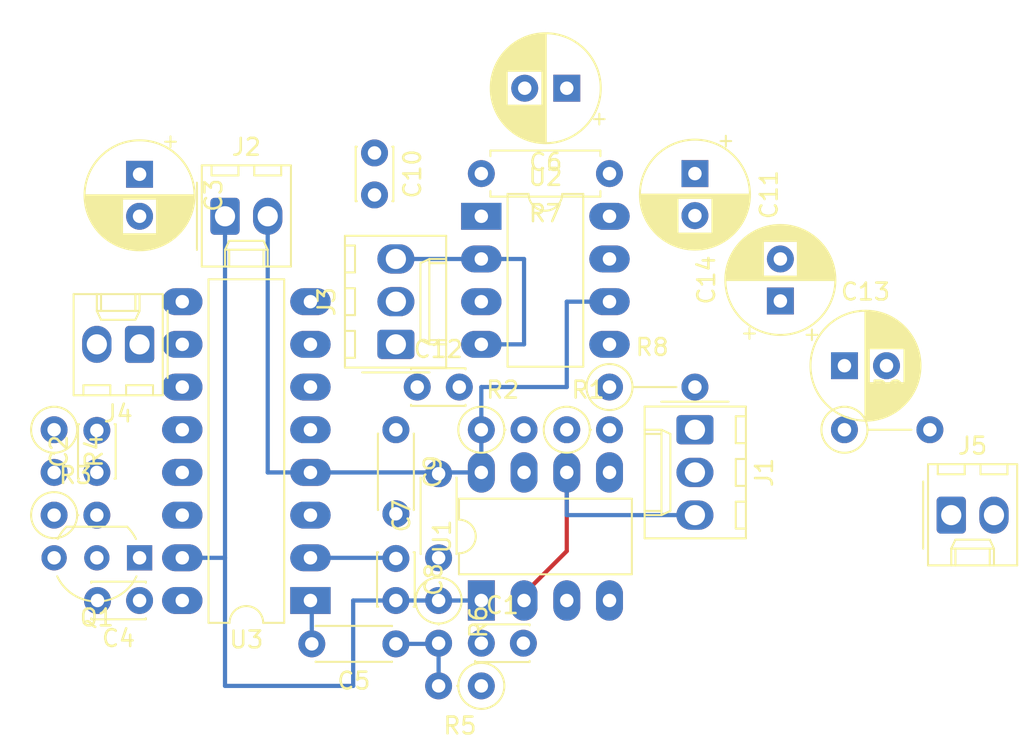
<source format=kicad_pcb>
(kicad_pcb (version 20171130) (host pcbnew 5.1.4-e60b266~84~ubuntu18.04.1)

  (general
    (thickness 1.6)
    (drawings 0)
    (tracks 30)
    (zones 0)
    (modules 32)
    (nets 36)
  )

  (page A4)
  (layers
    (0 F.Cu signal)
    (31 B.Cu signal)
    (32 B.Adhes user)
    (33 F.Adhes user)
    (34 B.Paste user)
    (35 F.Paste user)
    (36 B.SilkS user)
    (37 F.SilkS user)
    (38 B.Mask user)
    (39 F.Mask user)
    (40 Dwgs.User user)
    (41 Cmts.User user)
    (42 Eco1.User user)
    (43 Eco2.User user)
    (44 Edge.Cuts user)
    (45 Margin user)
    (46 B.CrtYd user)
    (47 F.CrtYd user)
    (48 B.Fab user)
    (49 F.Fab user)
  )

  (setup
    (last_trace_width 0.25)
    (trace_clearance 0.2)
    (zone_clearance 0.508)
    (zone_45_only no)
    (trace_min 0.2)
    (via_size 0.8)
    (via_drill 0.4)
    (via_min_size 0.4)
    (via_min_drill 0.3)
    (uvia_size 0.3)
    (uvia_drill 0.1)
    (uvias_allowed no)
    (uvia_min_size 0.2)
    (uvia_min_drill 0.1)
    (edge_width 0.1)
    (segment_width 0.2)
    (pcb_text_width 0.3)
    (pcb_text_size 1.5 1.5)
    (mod_edge_width 0.15)
    (mod_text_size 1 1)
    (mod_text_width 0.15)
    (pad_size 1.524 1.524)
    (pad_drill 0.762)
    (pad_to_mask_clearance 0)
    (aux_axis_origin 0 0)
    (visible_elements FFFFFF7F)
    (pcbplotparams
      (layerselection 0x010fc_ffffffff)
      (usegerberextensions false)
      (usegerberattributes false)
      (usegerberadvancedattributes false)
      (creategerberjobfile false)
      (excludeedgelayer true)
      (linewidth 0.100000)
      (plotframeref false)
      (viasonmask false)
      (mode 1)
      (useauxorigin false)
      (hpglpennumber 1)
      (hpglpenspeed 20)
      (hpglpendiameter 15.000000)
      (psnegative false)
      (psa4output false)
      (plotreference true)
      (plotvalue true)
      (plotinvisibletext false)
      (padsonsilk false)
      (subtractmaskfromsilk false)
      (outputformat 1)
      (mirror false)
      (drillshape 1)
      (scaleselection 1)
      (outputdirectory ""))
  )

  (net 0 "")
  (net 1 "Net-(C1-Pad2)")
  (net 2 GND)
  (net 3 "Net-(C2-Pad2)")
  (net 4 "Net-(C2-Pad1)")
  (net 5 VCC)
  (net 6 "Net-(C4-Pad2)")
  (net 7 "Net-(C4-Pad1)")
  (net 8 "Net-(C5-Pad2)")
  (net 9 "Net-(C5-Pad1)")
  (net 10 "Net-(C8-Pad1)")
  (net 11 "Net-(C9-Pad2)")
  (net 12 "Net-(C9-Pad1)")
  (net 13 "Net-(C10-Pad2)")
  (net 14 "Net-(C11-Pad2)")
  (net 15 "Net-(C11-Pad1)")
  (net 16 "Net-(C12-Pad2)")
  (net 17 "Net-(C13-Pad2)")
  (net 18 "Net-(C13-Pad1)")
  (net 19 "Net-(C14-Pad2)")
  (net 20 "Net-(J1-Pad1)")
  (net 21 "Net-(J5-Pad2)")
  (net 22 "Net-(R1-Pad1)")
  (net 23 "Net-(R7-Pad2)")
  (net 24 "Net-(U1-Pad4)")
  (net 25 OSC)
  (net 26 "Net-(U1-Pad5)")
  (net 27 "Net-(U3-Pad8)")
  (net 28 "Net-(U3-Pad7)")
  (net 29 "Net-(U3-Pad14)")
  (net 30 "Net-(U3-Pad6)")
  (net 31 "Net-(U3-Pad5)")
  (net 32 "Net-(U3-Pad12)")
  (net 33 "Net-(U3-Pad9)")
  (net 34 "Net-(U3-Pad11)")
  (net 35 "Net-(U3-Pad10)")

  (net_class Default "This is the default net class."
    (clearance 0.2)
    (trace_width 0.25)
    (via_dia 0.8)
    (via_drill 0.4)
    (uvia_dia 0.3)
    (uvia_drill 0.1)
    (add_net GND)
    (add_net "Net-(C1-Pad2)")
    (add_net "Net-(C10-Pad2)")
    (add_net "Net-(C11-Pad1)")
    (add_net "Net-(C11-Pad2)")
    (add_net "Net-(C12-Pad2)")
    (add_net "Net-(C13-Pad1)")
    (add_net "Net-(C13-Pad2)")
    (add_net "Net-(C14-Pad2)")
    (add_net "Net-(C2-Pad1)")
    (add_net "Net-(C2-Pad2)")
    (add_net "Net-(C4-Pad1)")
    (add_net "Net-(C4-Pad2)")
    (add_net "Net-(C5-Pad1)")
    (add_net "Net-(C5-Pad2)")
    (add_net "Net-(C8-Pad1)")
    (add_net "Net-(C9-Pad1)")
    (add_net "Net-(C9-Pad2)")
    (add_net "Net-(J1-Pad1)")
    (add_net "Net-(J5-Pad2)")
    (add_net "Net-(R1-Pad1)")
    (add_net "Net-(R7-Pad2)")
    (add_net "Net-(U1-Pad4)")
    (add_net "Net-(U1-Pad5)")
    (add_net "Net-(U3-Pad10)")
    (add_net "Net-(U3-Pad11)")
    (add_net "Net-(U3-Pad12)")
    (add_net "Net-(U3-Pad14)")
    (add_net "Net-(U3-Pad5)")
    (add_net "Net-(U3-Pad6)")
    (add_net "Net-(U3-Pad7)")
    (add_net "Net-(U3-Pad8)")
    (add_net "Net-(U3-Pad9)")
    (add_net OSC)
    (add_net VCC)
  )

  (module Package_DIP:DIP-16_W7.62mm_LongPads (layer F.Cu) (tedit 5A02E8C5) (tstamp 5DD27C29)
    (at 83.82 63.5 180)
    (descr "16-lead though-hole mounted DIP package, row spacing 7.62 mm (300 mils), LongPads")
    (tags "THT DIP DIL PDIP 2.54mm 7.62mm 300mil LongPads")
    (path /5DD56FB3)
    (fp_text reference U3 (at 3.81 -2.33) (layer F.SilkS)
      (effects (font (size 1 1) (thickness 0.15)))
    )
    (fp_text value MC3361 (at 3.81 20.11) (layer F.Fab)
      (effects (font (size 1 1) (thickness 0.15)))
    )
    (fp_text user %R (at 3.81 8.89) (layer F.Fab)
      (effects (font (size 1 1) (thickness 0.15)))
    )
    (fp_line (start 9.1 -1.55) (end -1.45 -1.55) (layer F.CrtYd) (width 0.05))
    (fp_line (start 9.1 19.3) (end 9.1 -1.55) (layer F.CrtYd) (width 0.05))
    (fp_line (start -1.45 19.3) (end 9.1 19.3) (layer F.CrtYd) (width 0.05))
    (fp_line (start -1.45 -1.55) (end -1.45 19.3) (layer F.CrtYd) (width 0.05))
    (fp_line (start 6.06 -1.33) (end 4.81 -1.33) (layer F.SilkS) (width 0.12))
    (fp_line (start 6.06 19.11) (end 6.06 -1.33) (layer F.SilkS) (width 0.12))
    (fp_line (start 1.56 19.11) (end 6.06 19.11) (layer F.SilkS) (width 0.12))
    (fp_line (start 1.56 -1.33) (end 1.56 19.11) (layer F.SilkS) (width 0.12))
    (fp_line (start 2.81 -1.33) (end 1.56 -1.33) (layer F.SilkS) (width 0.12))
    (fp_line (start 0.635 -0.27) (end 1.635 -1.27) (layer F.Fab) (width 0.1))
    (fp_line (start 0.635 19.05) (end 0.635 -0.27) (layer F.Fab) (width 0.1))
    (fp_line (start 6.985 19.05) (end 0.635 19.05) (layer F.Fab) (width 0.1))
    (fp_line (start 6.985 -1.27) (end 6.985 19.05) (layer F.Fab) (width 0.1))
    (fp_line (start 1.635 -1.27) (end 6.985 -1.27) (layer F.Fab) (width 0.1))
    (fp_arc (start 3.81 -1.33) (end 2.81 -1.33) (angle -180) (layer F.SilkS) (width 0.12))
    (pad 16 thru_hole oval (at 7.62 0 180) (size 2.4 1.6) (drill 0.8) (layers *.Cu *.Mask)
      (net 7 "Net-(C4-Pad1)"))
    (pad 8 thru_hole oval (at 0 17.78 180) (size 2.4 1.6) (drill 0.8) (layers *.Cu *.Mask)
      (net 27 "Net-(U3-Pad8)"))
    (pad 15 thru_hole oval (at 7.62 2.54 180) (size 2.4 1.6) (drill 0.8) (layers *.Cu *.Mask)
      (net 2 GND))
    (pad 7 thru_hole oval (at 0 15.24 180) (size 2.4 1.6) (drill 0.8) (layers *.Cu *.Mask)
      (net 28 "Net-(U3-Pad7)"))
    (pad 14 thru_hole oval (at 7.62 5.08 180) (size 2.4 1.6) (drill 0.8) (layers *.Cu *.Mask)
      (net 29 "Net-(U3-Pad14)"))
    (pad 6 thru_hole oval (at 0 12.7 180) (size 2.4 1.6) (drill 0.8) (layers *.Cu *.Mask)
      (net 30 "Net-(U3-Pad6)"))
    (pad 13 thru_hole oval (at 7.62 7.62 180) (size 2.4 1.6) (drill 0.8) (layers *.Cu *.Mask))
    (pad 5 thru_hole oval (at 0 10.16 180) (size 2.4 1.6) (drill 0.8) (layers *.Cu *.Mask)
      (net 31 "Net-(U3-Pad5)"))
    (pad 12 thru_hole oval (at 7.62 10.16 180) (size 2.4 1.6) (drill 0.8) (layers *.Cu *.Mask)
      (net 32 "Net-(U3-Pad12)"))
    (pad 4 thru_hole oval (at 0 7.62 180) (size 2.4 1.6) (drill 0.8) (layers *.Cu *.Mask)
      (net 5 VCC))
    (pad 11 thru_hole oval (at 7.62 12.7 180) (size 2.4 1.6) (drill 0.8) (layers *.Cu *.Mask)
      (net 34 "Net-(U3-Pad11)"))
    (pad 3 thru_hole oval (at 0 5.08 180) (size 2.4 1.6) (drill 0.8) (layers *.Cu *.Mask)
      (net 11 "Net-(C9-Pad2)"))
    (pad 10 thru_hole oval (at 7.62 15.24 180) (size 2.4 1.6) (drill 0.8) (layers *.Cu *.Mask)
      (net 35 "Net-(U3-Pad10)"))
    (pad 2 thru_hole oval (at 0 2.54 180) (size 2.4 1.6) (drill 0.8) (layers *.Cu *.Mask)
      (net 10 "Net-(C8-Pad1)"))
    (pad 9 thru_hole oval (at 7.62 17.78 180) (size 2.4 1.6) (drill 0.8) (layers *.Cu *.Mask)
      (net 33 "Net-(U3-Pad9)"))
    (pad 1 thru_hole rect (at 0 0 180) (size 2.4 1.6) (drill 0.8) (layers *.Cu *.Mask)
      (net 8 "Net-(C5-Pad2)"))
    (model ${KISYS3DMOD}/Package_DIP.3dshapes/DIP-16_W7.62mm.wrl
      (at (xyz 0 0 0))
      (scale (xyz 1 1 1))
      (rotate (xyz 0 0 0))
    )
  )

  (module Capacitor_THT:C_Disc_D4.3mm_W1.9mm_P5.00mm (layer F.Cu) (tedit 5AE50EF0) (tstamp 5DCD3C14)
    (at 88.9 53.34 270)
    (descr "C, Disc series, Radial, pin pitch=5.00mm, , diameter*width=4.3*1.9mm^2, Capacitor, http://www.vishay.com/docs/45233/krseries.pdf")
    (tags "C Disc series Radial pin pitch 5.00mm  diameter 4.3mm width 1.9mm Capacitor")
    (path /5DD010F9)
    (fp_text reference C9 (at 2.5 -2.2 90) (layer F.SilkS)
      (effects (font (size 1 1) (thickness 0.15)))
    )
    (fp_text value 10n (at 2.5 2.2 90) (layer F.Fab)
      (effects (font (size 1 1) (thickness 0.15)))
    )
    (fp_text user %R (at 2.5 0 90) (layer F.Fab)
      (effects (font (size 0.86 0.86) (thickness 0.129)))
    )
    (fp_line (start 6.05 -1.2) (end -1.05 -1.2) (layer F.CrtYd) (width 0.05))
    (fp_line (start 6.05 1.2) (end 6.05 -1.2) (layer F.CrtYd) (width 0.05))
    (fp_line (start -1.05 1.2) (end 6.05 1.2) (layer F.CrtYd) (width 0.05))
    (fp_line (start -1.05 -1.2) (end -1.05 1.2) (layer F.CrtYd) (width 0.05))
    (fp_line (start 4.77 1.055) (end 4.77 1.07) (layer F.SilkS) (width 0.12))
    (fp_line (start 4.77 -1.07) (end 4.77 -1.055) (layer F.SilkS) (width 0.12))
    (fp_line (start 0.23 1.055) (end 0.23 1.07) (layer F.SilkS) (width 0.12))
    (fp_line (start 0.23 -1.07) (end 0.23 -1.055) (layer F.SilkS) (width 0.12))
    (fp_line (start 0.23 1.07) (end 4.77 1.07) (layer F.SilkS) (width 0.12))
    (fp_line (start 0.23 -1.07) (end 4.77 -1.07) (layer F.SilkS) (width 0.12))
    (fp_line (start 4.65 -0.95) (end 0.35 -0.95) (layer F.Fab) (width 0.1))
    (fp_line (start 4.65 0.95) (end 4.65 -0.95) (layer F.Fab) (width 0.1))
    (fp_line (start 0.35 0.95) (end 4.65 0.95) (layer F.Fab) (width 0.1))
    (fp_line (start 0.35 -0.95) (end 0.35 0.95) (layer F.Fab) (width 0.1))
    (pad 2 thru_hole circle (at 5 0 270) (size 1.6 1.6) (drill 0.8) (layers *.Cu *.Mask)
      (net 11 "Net-(C9-Pad2)"))
    (pad 1 thru_hole circle (at 0 0 270) (size 1.6 1.6) (drill 0.8) (layers *.Cu *.Mask)
      (net 12 "Net-(C9-Pad1)"))
    (model ${KISYS3DMOD}/Capacitor_THT.3dshapes/C_Disc_D4.3mm_W1.9mm_P5.00mm.wrl
      (at (xyz 0 0 0))
      (scale (xyz 1 1 1))
      (rotate (xyz 0 0 0))
    )
  )

  (module Capacitor_THT:C_Disc_D4.3mm_W1.9mm_P5.00mm (layer F.Cu) (tedit 5AE50EF0) (tstamp 5DCD3B41)
    (at 88.9 66.08 180)
    (descr "C, Disc series, Radial, pin pitch=5.00mm, , diameter*width=4.3*1.9mm^2, Capacitor, http://www.vishay.com/docs/45233/krseries.pdf")
    (tags "C Disc series Radial pin pitch 5.00mm  diameter 4.3mm width 1.9mm Capacitor")
    (path /5DD2F979)
    (fp_text reference C5 (at 2.5 -2.2) (layer F.SilkS)
      (effects (font (size 1 1) (thickness 0.15)))
    )
    (fp_text value 10n (at 2.5 2.2) (layer F.Fab)
      (effects (font (size 1 1) (thickness 0.15)))
    )
    (fp_text user %R (at 2.5 0) (layer F.Fab)
      (effects (font (size 0.86 0.86) (thickness 0.129)))
    )
    (fp_line (start 6.05 -1.2) (end -1.05 -1.2) (layer F.CrtYd) (width 0.05))
    (fp_line (start 6.05 1.2) (end 6.05 -1.2) (layer F.CrtYd) (width 0.05))
    (fp_line (start -1.05 1.2) (end 6.05 1.2) (layer F.CrtYd) (width 0.05))
    (fp_line (start -1.05 -1.2) (end -1.05 1.2) (layer F.CrtYd) (width 0.05))
    (fp_line (start 4.77 1.055) (end 4.77 1.07) (layer F.SilkS) (width 0.12))
    (fp_line (start 4.77 -1.07) (end 4.77 -1.055) (layer F.SilkS) (width 0.12))
    (fp_line (start 0.23 1.055) (end 0.23 1.07) (layer F.SilkS) (width 0.12))
    (fp_line (start 0.23 -1.07) (end 0.23 -1.055) (layer F.SilkS) (width 0.12))
    (fp_line (start 0.23 1.07) (end 4.77 1.07) (layer F.SilkS) (width 0.12))
    (fp_line (start 0.23 -1.07) (end 4.77 -1.07) (layer F.SilkS) (width 0.12))
    (fp_line (start 4.65 -0.95) (end 0.35 -0.95) (layer F.Fab) (width 0.1))
    (fp_line (start 4.65 0.95) (end 4.65 -0.95) (layer F.Fab) (width 0.1))
    (fp_line (start 0.35 0.95) (end 4.65 0.95) (layer F.Fab) (width 0.1))
    (fp_line (start 0.35 -0.95) (end 0.35 0.95) (layer F.Fab) (width 0.1))
    (pad 2 thru_hole circle (at 5 0 180) (size 1.6 1.6) (drill 0.8) (layers *.Cu *.Mask)
      (net 8 "Net-(C5-Pad2)"))
    (pad 1 thru_hole circle (at 0 0 180) (size 1.6 1.6) (drill 0.8) (layers *.Cu *.Mask)
      (net 9 "Net-(C5-Pad1)"))
    (model ${KISYS3DMOD}/Capacitor_THT.3dshapes/C_Disc_D4.3mm_W1.9mm_P5.00mm.wrl
      (at (xyz 0 0 0))
      (scale (xyz 1 1 1))
      (rotate (xyz 0 0 0))
    )
  )

  (module Package_DIP:DIP-8_W7.62mm_LongPads (layer F.Cu) (tedit 5A02E8C5) (tstamp 5DCD3F91)
    (at 93.98 40.64)
    (descr "8-lead though-hole mounted DIP package, row spacing 7.62 mm (300 mils), LongPads")
    (tags "THT DIP DIL PDIP 2.54mm 7.62mm 300mil LongPads")
    (path /5DCA6B5C)
    (fp_text reference U2 (at 3.81 -2.33) (layer F.SilkS)
      (effects (font (size 1 1) (thickness 0.15)))
    )
    (fp_text value LM386 (at 3.81 9.95) (layer F.Fab)
      (effects (font (size 1 1) (thickness 0.15)))
    )
    (fp_text user %R (at 3.81 3.81) (layer F.Fab)
      (effects (font (size 1 1) (thickness 0.15)))
    )
    (fp_line (start 9.1 -1.55) (end -1.45 -1.55) (layer F.CrtYd) (width 0.05))
    (fp_line (start 9.1 9.15) (end 9.1 -1.55) (layer F.CrtYd) (width 0.05))
    (fp_line (start -1.45 9.15) (end 9.1 9.15) (layer F.CrtYd) (width 0.05))
    (fp_line (start -1.45 -1.55) (end -1.45 9.15) (layer F.CrtYd) (width 0.05))
    (fp_line (start 6.06 -1.33) (end 4.81 -1.33) (layer F.SilkS) (width 0.12))
    (fp_line (start 6.06 8.95) (end 6.06 -1.33) (layer F.SilkS) (width 0.12))
    (fp_line (start 1.56 8.95) (end 6.06 8.95) (layer F.SilkS) (width 0.12))
    (fp_line (start 1.56 -1.33) (end 1.56 8.95) (layer F.SilkS) (width 0.12))
    (fp_line (start 2.81 -1.33) (end 1.56 -1.33) (layer F.SilkS) (width 0.12))
    (fp_line (start 0.635 -0.27) (end 1.635 -1.27) (layer F.Fab) (width 0.1))
    (fp_line (start 0.635 8.89) (end 0.635 -0.27) (layer F.Fab) (width 0.1))
    (fp_line (start 6.985 8.89) (end 0.635 8.89) (layer F.Fab) (width 0.1))
    (fp_line (start 6.985 -1.27) (end 6.985 8.89) (layer F.Fab) (width 0.1))
    (fp_line (start 1.635 -1.27) (end 6.985 -1.27) (layer F.Fab) (width 0.1))
    (fp_arc (start 3.81 -1.33) (end 2.81 -1.33) (angle -180) (layer F.SilkS) (width 0.12))
    (pad 8 thru_hole oval (at 7.62 0) (size 2.4 1.6) (drill 0.8) (layers *.Cu *.Mask)
      (net 14 "Net-(C11-Pad2)"))
    (pad 4 thru_hole oval (at 0 7.62) (size 2.4 1.6) (drill 0.8) (layers *.Cu *.Mask)
      (net 2 GND))
    (pad 7 thru_hole oval (at 7.62 2.54) (size 2.4 1.6) (drill 0.8) (layers *.Cu *.Mask)
      (net 19 "Net-(C14-Pad2)"))
    (pad 3 thru_hole oval (at 0 5.08) (size 2.4 1.6) (drill 0.8) (layers *.Cu *.Mask)
      (net 13 "Net-(C10-Pad2)"))
    (pad 6 thru_hole oval (at 7.62 5.08) (size 2.4 1.6) (drill 0.8) (layers *.Cu *.Mask)
      (net 5 VCC))
    (pad 2 thru_hole oval (at 0 2.54) (size 2.4 1.6) (drill 0.8) (layers *.Cu *.Mask)
      (net 2 GND))
    (pad 5 thru_hole oval (at 7.62 7.62) (size 2.4 1.6) (drill 0.8) (layers *.Cu *.Mask)
      (net 18 "Net-(C13-Pad1)"))
    (pad 1 thru_hole rect (at 0 0) (size 2.4 1.6) (drill 0.8) (layers *.Cu *.Mask)
      (net 23 "Net-(R7-Pad2)"))
    (model ${KISYS3DMOD}/Package_DIP.3dshapes/DIP-8_W7.62mm.wrl
      (at (xyz 0 0 0))
      (scale (xyz 1 1 1))
      (rotate (xyz 0 0 0))
    )
  )

  (module Package_DIP:DIP-8_W7.62mm_LongPads (layer F.Cu) (tedit 5A02E8C5) (tstamp 5DCE5F47)
    (at 93.98 63.5 90)
    (descr "8-lead though-hole mounted DIP package, row spacing 7.62 mm (300 mils), LongPads")
    (tags "THT DIP DIL PDIP 2.54mm 7.62mm 300mil LongPads")
    (path /5DC80912)
    (fp_text reference U1 (at 3.81 -2.33 90) (layer F.SilkS)
      (effects (font (size 1 1) (thickness 0.15)))
    )
    (fp_text value LM555 (at 3.81 9.95 90) (layer F.Fab)
      (effects (font (size 1 1) (thickness 0.15)))
    )
    (fp_text user %R (at 3.81 3.81 90) (layer F.Fab)
      (effects (font (size 1 1) (thickness 0.15)))
    )
    (fp_line (start 9.1 -1.55) (end -1.45 -1.55) (layer F.CrtYd) (width 0.05))
    (fp_line (start 9.1 9.15) (end 9.1 -1.55) (layer F.CrtYd) (width 0.05))
    (fp_line (start -1.45 9.15) (end 9.1 9.15) (layer F.CrtYd) (width 0.05))
    (fp_line (start -1.45 -1.55) (end -1.45 9.15) (layer F.CrtYd) (width 0.05))
    (fp_line (start 6.06 -1.33) (end 4.81 -1.33) (layer F.SilkS) (width 0.12))
    (fp_line (start 6.06 8.95) (end 6.06 -1.33) (layer F.SilkS) (width 0.12))
    (fp_line (start 1.56 8.95) (end 6.06 8.95) (layer F.SilkS) (width 0.12))
    (fp_line (start 1.56 -1.33) (end 1.56 8.95) (layer F.SilkS) (width 0.12))
    (fp_line (start 2.81 -1.33) (end 1.56 -1.33) (layer F.SilkS) (width 0.12))
    (fp_line (start 0.635 -0.27) (end 1.635 -1.27) (layer F.Fab) (width 0.1))
    (fp_line (start 0.635 8.89) (end 0.635 -0.27) (layer F.Fab) (width 0.1))
    (fp_line (start 6.985 8.89) (end 0.635 8.89) (layer F.Fab) (width 0.1))
    (fp_line (start 6.985 -1.27) (end 6.985 8.89) (layer F.Fab) (width 0.1))
    (fp_line (start 1.635 -1.27) (end 6.985 -1.27) (layer F.Fab) (width 0.1))
    (fp_arc (start 3.81 -1.33) (end 2.81 -1.33) (angle -180) (layer F.SilkS) (width 0.12))
    (pad 8 thru_hole oval (at 7.62 0 90) (size 2.4 1.6) (drill 0.8) (layers *.Cu *.Mask)
      (net 5 VCC))
    (pad 4 thru_hole oval (at 0 7.62 90) (size 2.4 1.6) (drill 0.8) (layers *.Cu *.Mask)
      (net 24 "Net-(U1-Pad4)"))
    (pad 7 thru_hole oval (at 7.62 2.54 90) (size 2.4 1.6) (drill 0.8) (layers *.Cu *.Mask)
      (net 22 "Net-(R1-Pad1)"))
    (pad 3 thru_hole oval (at 0 5.08 90) (size 2.4 1.6) (drill 0.8) (layers *.Cu *.Mask)
      (net 25 OSC))
    (pad 6 thru_hole oval (at 7.62 5.08 90) (size 2.4 1.6) (drill 0.8) (layers *.Cu *.Mask)
      (net 1 "Net-(C1-Pad2)"))
    (pad 2 thru_hole oval (at 0 2.54 90) (size 2.4 1.6) (drill 0.8) (layers *.Cu *.Mask)
      (net 1 "Net-(C1-Pad2)"))
    (pad 5 thru_hole oval (at 7.62 7.62 90) (size 2.4 1.6) (drill 0.8) (layers *.Cu *.Mask)
      (net 26 "Net-(U1-Pad5)"))
    (pad 1 thru_hole rect (at 0 0 90) (size 2.4 1.6) (drill 0.8) (layers *.Cu *.Mask)
      (net 2 GND))
    (model ${KISYS3DMOD}/Package_DIP.3dshapes/DIP-8_W7.62mm.wrl
      (at (xyz 0 0 0))
      (scale (xyz 1 1 1))
      (rotate (xyz 0 0 0))
    )
  )

  (module Resistor_THT:R_Axial_DIN0207_L6.3mm_D2.5mm_P5.08mm_Vertical (layer F.Cu) (tedit 5AE5139B) (tstamp 5DCD3F59)
    (at 115.57 53.34)
    (descr "Resistor, Axial_DIN0207 series, Axial, Vertical, pin pitch=5.08mm, 0.25W = 1/4W, length*diameter=6.3*2.5mm^2, http://cdn-reichelt.de/documents/datenblatt/B400/1_4W%23YAG.pdf")
    (tags "Resistor Axial_DIN0207 series Axial Vertical pin pitch 5.08mm 0.25W = 1/4W length 6.3mm diameter 2.5mm")
    (path /5DCC11A6)
    (fp_text reference R9 (at 2.54 -2.37) (layer F.SilkS)
      (effects (font (size 1 1) (thickness 0.15)))
    )
    (fp_text value 12 (at 2.54 2.37) (layer F.Fab)
      (effects (font (size 1 1) (thickness 0.15)))
    )
    (fp_text user %R (at 2.54 -2.37) (layer F.Fab)
      (effects (font (size 1 1) (thickness 0.15)))
    )
    (fp_line (start 6.13 -1.5) (end -1.5 -1.5) (layer F.CrtYd) (width 0.05))
    (fp_line (start 6.13 1.5) (end 6.13 -1.5) (layer F.CrtYd) (width 0.05))
    (fp_line (start -1.5 1.5) (end 6.13 1.5) (layer F.CrtYd) (width 0.05))
    (fp_line (start -1.5 -1.5) (end -1.5 1.5) (layer F.CrtYd) (width 0.05))
    (fp_line (start 1.37 0) (end 3.98 0) (layer F.SilkS) (width 0.12))
    (fp_line (start 0 0) (end 5.08 0) (layer F.Fab) (width 0.1))
    (fp_circle (center 0 0) (end 1.37 0) (layer F.SilkS) (width 0.12))
    (fp_circle (center 0 0) (end 1.25 0) (layer F.Fab) (width 0.1))
    (pad 2 thru_hole oval (at 5.08 0) (size 1.6 1.6) (drill 0.8) (layers *.Cu *.Mask)
      (net 17 "Net-(C13-Pad2)"))
    (pad 1 thru_hole circle (at 0 0) (size 1.6 1.6) (drill 0.8) (layers *.Cu *.Mask)
      (net 21 "Net-(J5-Pad2)"))
    (model ${KISYS3DMOD}/Resistor_THT.3dshapes/R_Axial_DIN0207_L6.3mm_D2.5mm_P5.08mm_Vertical.wrl
      (at (xyz 0 0 0))
      (scale (xyz 1 1 1))
      (rotate (xyz 0 0 0))
    )
  )

  (module Resistor_THT:R_Axial_DIN0207_L6.3mm_D2.5mm_P5.08mm_Vertical (layer F.Cu) (tedit 5AE5139B) (tstamp 5DCD3F4A)
    (at 101.6 50.8)
    (descr "Resistor, Axial_DIN0207 series, Axial, Vertical, pin pitch=5.08mm, 0.25W = 1/4W, length*diameter=6.3*2.5mm^2, http://cdn-reichelt.de/documents/datenblatt/B400/1_4W%23YAG.pdf")
    (tags "Resistor Axial_DIN0207 series Axial Vertical pin pitch 5.08mm 0.25W = 1/4W length 6.3mm diameter 2.5mm")
    (path /5DCAB0F9)
    (fp_text reference R8 (at 2.54 -2.37) (layer F.SilkS)
      (effects (font (size 1 1) (thickness 0.15)))
    )
    (fp_text value 12 (at 2.54 2.37) (layer F.Fab)
      (effects (font (size 1 1) (thickness 0.15)))
    )
    (fp_text user %R (at 2.54 -2.37) (layer F.Fab)
      (effects (font (size 1 1) (thickness 0.15)))
    )
    (fp_line (start 6.13 -1.5) (end -1.5 -1.5) (layer F.CrtYd) (width 0.05))
    (fp_line (start 6.13 1.5) (end 6.13 -1.5) (layer F.CrtYd) (width 0.05))
    (fp_line (start -1.5 1.5) (end 6.13 1.5) (layer F.CrtYd) (width 0.05))
    (fp_line (start -1.5 -1.5) (end -1.5 1.5) (layer F.CrtYd) (width 0.05))
    (fp_line (start 1.37 0) (end 3.98 0) (layer F.SilkS) (width 0.12))
    (fp_line (start 0 0) (end 5.08 0) (layer F.Fab) (width 0.1))
    (fp_circle (center 0 0) (end 1.37 0) (layer F.SilkS) (width 0.12))
    (fp_circle (center 0 0) (end 1.25 0) (layer F.Fab) (width 0.1))
    (pad 2 thru_hole oval (at 5.08 0) (size 1.6 1.6) (drill 0.8) (layers *.Cu *.Mask)
      (net 16 "Net-(C12-Pad2)"))
    (pad 1 thru_hole circle (at 0 0) (size 1.6 1.6) (drill 0.8) (layers *.Cu *.Mask)
      (net 18 "Net-(C13-Pad1)"))
    (model ${KISYS3DMOD}/Resistor_THT.3dshapes/R_Axial_DIN0207_L6.3mm_D2.5mm_P5.08mm_Vertical.wrl
      (at (xyz 0 0 0))
      (scale (xyz 1 1 1))
      (rotate (xyz 0 0 0))
    )
  )

  (module Resistor_THT:R_Axial_DIN0207_L6.3mm_D2.5mm_P7.62mm_Horizontal (layer F.Cu) (tedit 5AE5139B) (tstamp 5DCD3F3B)
    (at 101.6 38.1 180)
    (descr "Resistor, Axial_DIN0207 series, Axial, Horizontal, pin pitch=7.62mm, 0.25W = 1/4W, length*diameter=6.3*2.5mm^2, http://cdn-reichelt.de/documents/datenblatt/B400/1_4W%23YAG.pdf")
    (tags "Resistor Axial_DIN0207 series Axial Horizontal pin pitch 7.62mm 0.25W = 1/4W length 6.3mm diameter 2.5mm")
    (path /5DE899AE)
    (fp_text reference R7 (at 3.81 -2.37) (layer F.SilkS)
      (effects (font (size 1 1) (thickness 0.15)))
    )
    (fp_text value 1k (at 3.81 2.37) (layer F.Fab)
      (effects (font (size 1 1) (thickness 0.15)))
    )
    (fp_text user %R (at 3.81 0) (layer F.Fab)
      (effects (font (size 1 1) (thickness 0.15)))
    )
    (fp_line (start 8.67 -1.5) (end -1.05 -1.5) (layer F.CrtYd) (width 0.05))
    (fp_line (start 8.67 1.5) (end 8.67 -1.5) (layer F.CrtYd) (width 0.05))
    (fp_line (start -1.05 1.5) (end 8.67 1.5) (layer F.CrtYd) (width 0.05))
    (fp_line (start -1.05 -1.5) (end -1.05 1.5) (layer F.CrtYd) (width 0.05))
    (fp_line (start 7.08 1.37) (end 7.08 1.04) (layer F.SilkS) (width 0.12))
    (fp_line (start 0.54 1.37) (end 7.08 1.37) (layer F.SilkS) (width 0.12))
    (fp_line (start 0.54 1.04) (end 0.54 1.37) (layer F.SilkS) (width 0.12))
    (fp_line (start 7.08 -1.37) (end 7.08 -1.04) (layer F.SilkS) (width 0.12))
    (fp_line (start 0.54 -1.37) (end 7.08 -1.37) (layer F.SilkS) (width 0.12))
    (fp_line (start 0.54 -1.04) (end 0.54 -1.37) (layer F.SilkS) (width 0.12))
    (fp_line (start 7.62 0) (end 6.96 0) (layer F.Fab) (width 0.1))
    (fp_line (start 0 0) (end 0.66 0) (layer F.Fab) (width 0.1))
    (fp_line (start 6.96 -1.25) (end 0.66 -1.25) (layer F.Fab) (width 0.1))
    (fp_line (start 6.96 1.25) (end 6.96 -1.25) (layer F.Fab) (width 0.1))
    (fp_line (start 0.66 1.25) (end 6.96 1.25) (layer F.Fab) (width 0.1))
    (fp_line (start 0.66 -1.25) (end 0.66 1.25) (layer F.Fab) (width 0.1))
    (pad 2 thru_hole oval (at 7.62 0 180) (size 1.6 1.6) (drill 0.8) (layers *.Cu *.Mask)
      (net 23 "Net-(R7-Pad2)"))
    (pad 1 thru_hole circle (at 0 0 180) (size 1.6 1.6) (drill 0.8) (layers *.Cu *.Mask)
      (net 15 "Net-(C11-Pad1)"))
    (model ${KISYS3DMOD}/Resistor_THT.3dshapes/R_Axial_DIN0207_L6.3mm_D2.5mm_P7.62mm_Horizontal.wrl
      (at (xyz 0 0 0))
      (scale (xyz 1 1 1))
      (rotate (xyz 0 0 0))
    )
  )

  (module Resistor_THT:R_Axial_DIN0207_L6.3mm_D2.5mm_P2.54mm_Vertical (layer F.Cu) (tedit 5AE5139B) (tstamp 5DCD3F24)
    (at 91.44 63.5 270)
    (descr "Resistor, Axial_DIN0207 series, Axial, Vertical, pin pitch=2.54mm, 0.25W = 1/4W, length*diameter=6.3*2.5mm^2, http://cdn-reichelt.de/documents/datenblatt/B400/1_4W%23YAG.pdf")
    (tags "Resistor Axial_DIN0207 series Axial Vertical pin pitch 2.54mm 0.25W = 1/4W length 6.3mm diameter 2.5mm")
    (path /5DD452BD)
    (fp_text reference R6 (at 1.27 -2.37 90) (layer F.SilkS)
      (effects (font (size 1 1) (thickness 0.15)))
    )
    (fp_text value 2.2k (at 1.27 2.37 90) (layer F.Fab)
      (effects (font (size 1 1) (thickness 0.15)))
    )
    (fp_text user %R (at 1.27 -2.37 90) (layer F.Fab)
      (effects (font (size 1 1) (thickness 0.15)))
    )
    (fp_line (start 3.59 -1.5) (end -1.5 -1.5) (layer F.CrtYd) (width 0.05))
    (fp_line (start 3.59 1.5) (end 3.59 -1.5) (layer F.CrtYd) (width 0.05))
    (fp_line (start -1.5 1.5) (end 3.59 1.5) (layer F.CrtYd) (width 0.05))
    (fp_line (start -1.5 -1.5) (end -1.5 1.5) (layer F.CrtYd) (width 0.05))
    (fp_line (start 1.37 0) (end 1.44 0) (layer F.SilkS) (width 0.12))
    (fp_line (start 0 0) (end 2.54 0) (layer F.Fab) (width 0.1))
    (fp_circle (center 0 0) (end 1.37 0) (layer F.SilkS) (width 0.12))
    (fp_circle (center 0 0) (end 1.25 0) (layer F.Fab) (width 0.1))
    (pad 2 thru_hole oval (at 2.54 0 270) (size 1.6 1.6) (drill 0.8) (layers *.Cu *.Mask)
      (net 9 "Net-(C5-Pad1)"))
    (pad 1 thru_hole circle (at 0 0 270) (size 1.6 1.6) (drill 0.8) (layers *.Cu *.Mask)
      (net 2 GND))
    (model ${KISYS3DMOD}/Resistor_THT.3dshapes/R_Axial_DIN0207_L6.3mm_D2.5mm_P2.54mm_Vertical.wrl
      (at (xyz 0 0 0))
      (scale (xyz 1 1 1))
      (rotate (xyz 0 0 0))
    )
  )

  (module Resistor_THT:R_Axial_DIN0207_L6.3mm_D2.5mm_P2.54mm_Vertical (layer F.Cu) (tedit 5AE5139B) (tstamp 5DCD3F15)
    (at 93.98 68.58 180)
    (descr "Resistor, Axial_DIN0207 series, Axial, Vertical, pin pitch=2.54mm, 0.25W = 1/4W, length*diameter=6.3*2.5mm^2, http://cdn-reichelt.de/documents/datenblatt/B400/1_4W%23YAG.pdf")
    (tags "Resistor Axial_DIN0207 series Axial Vertical pin pitch 2.54mm 0.25W = 1/4W length 6.3mm diameter 2.5mm")
    (path /5DD4D0DF)
    (fp_text reference R5 (at 1.27 -2.37) (layer F.SilkS)
      (effects (font (size 1 1) (thickness 0.15)))
    )
    (fp_text value 22k (at 1.27 2.37) (layer F.Fab)
      (effects (font (size 1 1) (thickness 0.15)))
    )
    (fp_text user %R (at 1.27 -2.37) (layer F.Fab)
      (effects (font (size 1 1) (thickness 0.15)))
    )
    (fp_line (start 3.59 -1.5) (end -1.5 -1.5) (layer F.CrtYd) (width 0.05))
    (fp_line (start 3.59 1.5) (end 3.59 -1.5) (layer F.CrtYd) (width 0.05))
    (fp_line (start -1.5 1.5) (end 3.59 1.5) (layer F.CrtYd) (width 0.05))
    (fp_line (start -1.5 -1.5) (end -1.5 1.5) (layer F.CrtYd) (width 0.05))
    (fp_line (start 1.37 0) (end 1.44 0) (layer F.SilkS) (width 0.12))
    (fp_line (start 0 0) (end 2.54 0) (layer F.Fab) (width 0.1))
    (fp_circle (center 0 0) (end 1.37 0) (layer F.SilkS) (width 0.12))
    (fp_circle (center 0 0) (end 1.25 0) (layer F.Fab) (width 0.1))
    (pad 2 thru_hole oval (at 2.54 0 180) (size 1.6 1.6) (drill 0.8) (layers *.Cu *.Mask)
      (net 9 "Net-(C5-Pad1)"))
    (pad 1 thru_hole circle (at 0 0 180) (size 1.6 1.6) (drill 0.8) (layers *.Cu *.Mask)
      (net 25 OSC))
    (model ${KISYS3DMOD}/Resistor_THT.3dshapes/R_Axial_DIN0207_L6.3mm_D2.5mm_P2.54mm_Vertical.wrl
      (at (xyz 0 0 0))
      (scale (xyz 1 1 1))
      (rotate (xyz 0 0 0))
    )
  )

  (module Resistor_THT:R_Axial_DIN0207_L6.3mm_D2.5mm_P2.54mm_Vertical (layer F.Cu) (tedit 5AE5139B) (tstamp 5DCD3F06)
    (at 68.58 53.34 270)
    (descr "Resistor, Axial_DIN0207 series, Axial, Vertical, pin pitch=2.54mm, 0.25W = 1/4W, length*diameter=6.3*2.5mm^2, http://cdn-reichelt.de/documents/datenblatt/B400/1_4W%23YAG.pdf")
    (tags "Resistor Axial_DIN0207 series Axial Vertical pin pitch 2.54mm 0.25W = 1/4W length 6.3mm diameter 2.5mm")
    (path /5DC953BC)
    (fp_text reference R4 (at 1.27 -2.37 90) (layer F.SilkS)
      (effects (font (size 1 1) (thickness 0.15)))
    )
    (fp_text value 12k (at 1.27 2.37 90) (layer F.Fab)
      (effects (font (size 1 1) (thickness 0.15)))
    )
    (fp_text user %R (at 1.27 -2.37 90) (layer F.Fab)
      (effects (font (size 1 1) (thickness 0.15)))
    )
    (fp_line (start 3.59 -1.5) (end -1.5 -1.5) (layer F.CrtYd) (width 0.05))
    (fp_line (start 3.59 1.5) (end 3.59 -1.5) (layer F.CrtYd) (width 0.05))
    (fp_line (start -1.5 1.5) (end 3.59 1.5) (layer F.CrtYd) (width 0.05))
    (fp_line (start -1.5 -1.5) (end -1.5 1.5) (layer F.CrtYd) (width 0.05))
    (fp_line (start 1.37 0) (end 1.44 0) (layer F.SilkS) (width 0.12))
    (fp_line (start 0 0) (end 2.54 0) (layer F.Fab) (width 0.1))
    (fp_circle (center 0 0) (end 1.37 0) (layer F.SilkS) (width 0.12))
    (fp_circle (center 0 0) (end 1.25 0) (layer F.Fab) (width 0.1))
    (pad 2 thru_hole oval (at 2.54 0 270) (size 1.6 1.6) (drill 0.8) (layers *.Cu *.Mask)
      (net 6 "Net-(C4-Pad2)"))
    (pad 1 thru_hole circle (at 0 0 270) (size 1.6 1.6) (drill 0.8) (layers *.Cu *.Mask)
      (net 5 VCC))
    (model ${KISYS3DMOD}/Resistor_THT.3dshapes/R_Axial_DIN0207_L6.3mm_D2.5mm_P2.54mm_Vertical.wrl
      (at (xyz 0 0 0))
      (scale (xyz 1 1 1))
      (rotate (xyz 0 0 0))
    )
  )

  (module Resistor_THT:R_Axial_DIN0207_L6.3mm_D2.5mm_P2.54mm_Vertical (layer F.Cu) (tedit 5AE5139B) (tstamp 5DCD3EF7)
    (at 68.58 58.42)
    (descr "Resistor, Axial_DIN0207 series, Axial, Vertical, pin pitch=2.54mm, 0.25W = 1/4W, length*diameter=6.3*2.5mm^2, http://cdn-reichelt.de/documents/datenblatt/B400/1_4W%23YAG.pdf")
    (tags "Resistor Axial_DIN0207 series Axial Vertical pin pitch 2.54mm 0.25W = 1/4W length 6.3mm diameter 2.5mm")
    (path /5DC7FD99)
    (fp_text reference R3 (at 1.27 -2.37) (layer F.SilkS)
      (effects (font (size 1 1) (thickness 0.15)))
    )
    (fp_text value 560k (at 1.27 2.37) (layer F.Fab)
      (effects (font (size 1 1) (thickness 0.15)))
    )
    (fp_text user %R (at 1.27 -2.37) (layer F.Fab)
      (effects (font (size 1 1) (thickness 0.15)))
    )
    (fp_line (start 3.59 -1.5) (end -1.5 -1.5) (layer F.CrtYd) (width 0.05))
    (fp_line (start 3.59 1.5) (end 3.59 -1.5) (layer F.CrtYd) (width 0.05))
    (fp_line (start -1.5 1.5) (end 3.59 1.5) (layer F.CrtYd) (width 0.05))
    (fp_line (start -1.5 -1.5) (end -1.5 1.5) (layer F.CrtYd) (width 0.05))
    (fp_line (start 1.37 0) (end 1.44 0) (layer F.SilkS) (width 0.12))
    (fp_line (start 0 0) (end 2.54 0) (layer F.Fab) (width 0.1))
    (fp_circle (center 0 0) (end 1.37 0) (layer F.SilkS) (width 0.12))
    (fp_circle (center 0 0) (end 1.25 0) (layer F.Fab) (width 0.1))
    (pad 2 thru_hole oval (at 2.54 0) (size 1.6 1.6) (drill 0.8) (layers *.Cu *.Mask)
      (net 4 "Net-(C2-Pad1)"))
    (pad 1 thru_hole circle (at 0 0) (size 1.6 1.6) (drill 0.8) (layers *.Cu *.Mask)
      (net 6 "Net-(C4-Pad2)"))
    (model ${KISYS3DMOD}/Resistor_THT.3dshapes/R_Axial_DIN0207_L6.3mm_D2.5mm_P2.54mm_Vertical.wrl
      (at (xyz 0 0 0))
      (scale (xyz 1 1 1))
      (rotate (xyz 0 0 0))
    )
  )

  (module Resistor_THT:R_Axial_DIN0207_L6.3mm_D2.5mm_P2.54mm_Vertical (layer F.Cu) (tedit 5AE5139B) (tstamp 5DCD3EE8)
    (at 93.98 53.34)
    (descr "Resistor, Axial_DIN0207 series, Axial, Vertical, pin pitch=2.54mm, 0.25W = 1/4W, length*diameter=6.3*2.5mm^2, http://cdn-reichelt.de/documents/datenblatt/B400/1_4W%23YAG.pdf")
    (tags "Resistor Axial_DIN0207 series Axial Vertical pin pitch 2.54mm 0.25W = 1/4W length 6.3mm diameter 2.5mm")
    (path /5DD3F2BC)
    (fp_text reference R2 (at 1.27 -2.37) (layer F.SilkS)
      (effects (font (size 1 1) (thickness 0.15)))
    )
    (fp_text value 6.8k (at 1.27 2.37) (layer F.Fab)
      (effects (font (size 1 1) (thickness 0.15)))
    )
    (fp_text user %R (at 1.27 -2.37) (layer F.Fab)
      (effects (font (size 1 1) (thickness 0.15)))
    )
    (fp_line (start 3.59 -1.5) (end -1.5 -1.5) (layer F.CrtYd) (width 0.05))
    (fp_line (start 3.59 1.5) (end 3.59 -1.5) (layer F.CrtYd) (width 0.05))
    (fp_line (start -1.5 1.5) (end 3.59 1.5) (layer F.CrtYd) (width 0.05))
    (fp_line (start -1.5 -1.5) (end -1.5 1.5) (layer F.CrtYd) (width 0.05))
    (fp_line (start 1.37 0) (end 1.44 0) (layer F.SilkS) (width 0.12))
    (fp_line (start 0 0) (end 2.54 0) (layer F.Fab) (width 0.1))
    (fp_circle (center 0 0) (end 1.37 0) (layer F.SilkS) (width 0.12))
    (fp_circle (center 0 0) (end 1.25 0) (layer F.Fab) (width 0.1))
    (pad 2 thru_hole oval (at 2.54 0) (size 1.6 1.6) (drill 0.8) (layers *.Cu *.Mask)
      (net 22 "Net-(R1-Pad1)"))
    (pad 1 thru_hole circle (at 0 0) (size 1.6 1.6) (drill 0.8) (layers *.Cu *.Mask)
      (net 5 VCC))
    (model ${KISYS3DMOD}/Resistor_THT.3dshapes/R_Axial_DIN0207_L6.3mm_D2.5mm_P2.54mm_Vertical.wrl
      (at (xyz 0 0 0))
      (scale (xyz 1 1 1))
      (rotate (xyz 0 0 0))
    )
  )

  (module Resistor_THT:R_Axial_DIN0207_L6.3mm_D2.5mm_P2.54mm_Vertical (layer F.Cu) (tedit 5AE5139B) (tstamp 5DCD3ED9)
    (at 99.06 53.34)
    (descr "Resistor, Axial_DIN0207 series, Axial, Vertical, pin pitch=2.54mm, 0.25W = 1/4W, length*diameter=6.3*2.5mm^2, http://cdn-reichelt.de/documents/datenblatt/B400/1_4W%23YAG.pdf")
    (tags "Resistor Axial_DIN0207 series Axial Vertical pin pitch 2.54mm 0.25W = 1/4W length 6.3mm diameter 2.5mm")
    (path /5DD3EE53)
    (fp_text reference R1 (at 1.27 -2.37) (layer F.SilkS)
      (effects (font (size 1 1) (thickness 0.15)))
    )
    (fp_text value 10k (at 1.27 2.37) (layer F.Fab)
      (effects (font (size 1 1) (thickness 0.15)))
    )
    (fp_text user %R (at 1.27 -2.37) (layer F.Fab)
      (effects (font (size 1 1) (thickness 0.15)))
    )
    (fp_line (start 3.59 -1.5) (end -1.5 -1.5) (layer F.CrtYd) (width 0.05))
    (fp_line (start 3.59 1.5) (end 3.59 -1.5) (layer F.CrtYd) (width 0.05))
    (fp_line (start -1.5 1.5) (end 3.59 1.5) (layer F.CrtYd) (width 0.05))
    (fp_line (start -1.5 -1.5) (end -1.5 1.5) (layer F.CrtYd) (width 0.05))
    (fp_line (start 1.37 0) (end 1.44 0) (layer F.SilkS) (width 0.12))
    (fp_line (start 0 0) (end 2.54 0) (layer F.Fab) (width 0.1))
    (fp_circle (center 0 0) (end 1.37 0) (layer F.SilkS) (width 0.12))
    (fp_circle (center 0 0) (end 1.25 0) (layer F.Fab) (width 0.1))
    (pad 2 thru_hole oval (at 2.54 0) (size 1.6 1.6) (drill 0.8) (layers *.Cu *.Mask)
      (net 20 "Net-(J1-Pad1)"))
    (pad 1 thru_hole circle (at 0 0) (size 1.6 1.6) (drill 0.8) (layers *.Cu *.Mask)
      (net 22 "Net-(R1-Pad1)"))
    (model ${KISYS3DMOD}/Resistor_THT.3dshapes/R_Axial_DIN0207_L6.3mm_D2.5mm_P2.54mm_Vertical.wrl
      (at (xyz 0 0 0))
      (scale (xyz 1 1 1))
      (rotate (xyz 0 0 0))
    )
  )

  (module Package_TO_SOT_THT:TO-92_Inline_Wide (layer F.Cu) (tedit 5A02FF81) (tstamp 5DCD3ECA)
    (at 73.66 60.96 180)
    (descr "TO-92 leads in-line, wide, drill 0.75mm (see NXP sot054_po.pdf)")
    (tags "to-92 sc-43 sc-43a sot54 PA33 transistor")
    (path /5DC82342)
    (fp_text reference Q1 (at 2.54 -3.56) (layer F.SilkS)
      (effects (font (size 1 1) (thickness 0.15)))
    )
    (fp_text value 2N3904 (at 2.54 2.79) (layer F.Fab)
      (effects (font (size 1 1) (thickness 0.15)))
    )
    (fp_arc (start 2.54 0) (end 4.34 1.85) (angle -20) (layer F.SilkS) (width 0.12))
    (fp_arc (start 2.54 0) (end 2.54 -2.48) (angle -135) (layer F.Fab) (width 0.1))
    (fp_arc (start 2.54 0) (end 2.54 -2.48) (angle 135) (layer F.Fab) (width 0.1))
    (fp_arc (start 2.54 0) (end 2.54 -2.6) (angle 65) (layer F.SilkS) (width 0.12))
    (fp_arc (start 2.54 0) (end 2.54 -2.6) (angle -65) (layer F.SilkS) (width 0.12))
    (fp_arc (start 2.54 0) (end 0.74 1.85) (angle 20) (layer F.SilkS) (width 0.12))
    (fp_line (start 6.09 2.01) (end -1.01 2.01) (layer F.CrtYd) (width 0.05))
    (fp_line (start 6.09 2.01) (end 6.09 -2.73) (layer F.CrtYd) (width 0.05))
    (fp_line (start -1.01 -2.73) (end -1.01 2.01) (layer F.CrtYd) (width 0.05))
    (fp_line (start -1.01 -2.73) (end 6.09 -2.73) (layer F.CrtYd) (width 0.05))
    (fp_line (start 0.8 1.75) (end 4.3 1.75) (layer F.Fab) (width 0.1))
    (fp_line (start 0.74 1.85) (end 4.34 1.85) (layer F.SilkS) (width 0.12))
    (fp_text user %R (at 2.54 -3.56) (layer F.Fab)
      (effects (font (size 1 1) (thickness 0.15)))
    )
    (pad 1 thru_hole rect (at 0 0 270) (size 1.5 1.5) (drill 0.8) (layers *.Cu *.Mask)
      (net 2 GND))
    (pad 3 thru_hole circle (at 5.08 0 270) (size 1.5 1.5) (drill 0.8) (layers *.Cu *.Mask)
      (net 6 "Net-(C4-Pad2)"))
    (pad 2 thru_hole circle (at 2.54 0 270) (size 1.5 1.5) (drill 0.8) (layers *.Cu *.Mask)
      (net 4 "Net-(C2-Pad1)"))
    (model ${KISYS3DMOD}/Package_TO_SOT_THT.3dshapes/TO-92_Inline_Wide.wrl
      (at (xyz 0 0 0))
      (scale (xyz 1 1 1))
      (rotate (xyz 0 0 0))
    )
  )

  (module Connector_Molex:Molex_KK-254_AE-6410-02A_1x02_P2.54mm_Vertical (layer F.Cu) (tedit 5B78013E) (tstamp 5DCD3EB6)
    (at 121.92 58.42)
    (descr "Molex KK-254 Interconnect System, old/engineering part number: AE-6410-02A example for new part number: 22-27-2021, 2 Pins (http://www.molex.com/pdm_docs/sd/022272021_sd.pdf), generated with kicad-footprint-generator")
    (tags "connector Molex KK-254 side entry")
    (path /5DD7C739)
    (fp_text reference J5 (at 1.27 -4.12) (layer F.SilkS)
      (effects (font (size 1 1) (thickness 0.15)))
    )
    (fp_text value SP (at 1.27 4.08) (layer F.Fab)
      (effects (font (size 1 1) (thickness 0.15)))
    )
    (fp_text user %R (at 1.27 -2.22) (layer F.Fab)
      (effects (font (size 1 1) (thickness 0.15)))
    )
    (fp_line (start 4.31 -3.42) (end -1.77 -3.42) (layer F.CrtYd) (width 0.05))
    (fp_line (start 4.31 3.38) (end 4.31 -3.42) (layer F.CrtYd) (width 0.05))
    (fp_line (start -1.77 3.38) (end 4.31 3.38) (layer F.CrtYd) (width 0.05))
    (fp_line (start -1.77 -3.42) (end -1.77 3.38) (layer F.CrtYd) (width 0.05))
    (fp_line (start 3.34 -2.43) (end 3.34 -3.03) (layer F.SilkS) (width 0.12))
    (fp_line (start 1.74 -2.43) (end 3.34 -2.43) (layer F.SilkS) (width 0.12))
    (fp_line (start 1.74 -3.03) (end 1.74 -2.43) (layer F.SilkS) (width 0.12))
    (fp_line (start 0.8 -2.43) (end 0.8 -3.03) (layer F.SilkS) (width 0.12))
    (fp_line (start -0.8 -2.43) (end 0.8 -2.43) (layer F.SilkS) (width 0.12))
    (fp_line (start -0.8 -3.03) (end -0.8 -2.43) (layer F.SilkS) (width 0.12))
    (fp_line (start 2.29 2.99) (end 2.29 1.99) (layer F.SilkS) (width 0.12))
    (fp_line (start 0.25 2.99) (end 0.25 1.99) (layer F.SilkS) (width 0.12))
    (fp_line (start 2.29 1.46) (end 2.54 1.99) (layer F.SilkS) (width 0.12))
    (fp_line (start 0.25 1.46) (end 2.29 1.46) (layer F.SilkS) (width 0.12))
    (fp_line (start 0 1.99) (end 0.25 1.46) (layer F.SilkS) (width 0.12))
    (fp_line (start 2.54 1.99) (end 2.54 2.99) (layer F.SilkS) (width 0.12))
    (fp_line (start 0 1.99) (end 2.54 1.99) (layer F.SilkS) (width 0.12))
    (fp_line (start 0 2.99) (end 0 1.99) (layer F.SilkS) (width 0.12))
    (fp_line (start -0.562893 0) (end -1.27 0.5) (layer F.Fab) (width 0.1))
    (fp_line (start -1.27 -0.5) (end -0.562893 0) (layer F.Fab) (width 0.1))
    (fp_line (start -1.67 -2) (end -1.67 2) (layer F.SilkS) (width 0.12))
    (fp_line (start 3.92 -3.03) (end -1.38 -3.03) (layer F.SilkS) (width 0.12))
    (fp_line (start 3.92 2.99) (end 3.92 -3.03) (layer F.SilkS) (width 0.12))
    (fp_line (start -1.38 2.99) (end 3.92 2.99) (layer F.SilkS) (width 0.12))
    (fp_line (start -1.38 -3.03) (end -1.38 2.99) (layer F.SilkS) (width 0.12))
    (fp_line (start 3.81 -2.92) (end -1.27 -2.92) (layer F.Fab) (width 0.1))
    (fp_line (start 3.81 2.88) (end 3.81 -2.92) (layer F.Fab) (width 0.1))
    (fp_line (start -1.27 2.88) (end 3.81 2.88) (layer F.Fab) (width 0.1))
    (fp_line (start -1.27 -2.92) (end -1.27 2.88) (layer F.Fab) (width 0.1))
    (pad 2 thru_hole oval (at 2.54 0) (size 1.74 2.2) (drill 1.2) (layers *.Cu *.Mask)
      (net 21 "Net-(J5-Pad2)"))
    (pad 1 thru_hole roundrect (at 0 0) (size 1.74 2.2) (drill 1.2) (layers *.Cu *.Mask) (roundrect_rratio 0.143678)
      (net 2 GND))
    (model ${KISYS3DMOD}/Connector_Molex.3dshapes/Molex_KK-254_AE-6410-02A_1x02_P2.54mm_Vertical.wrl
      (at (xyz 0 0 0))
      (scale (xyz 1 1 1))
      (rotate (xyz 0 0 0))
    )
  )

  (module Connector_Molex:Molex_KK-254_AE-6410-02A_1x02_P2.54mm_Vertical (layer F.Cu) (tedit 5B78013E) (tstamp 5DCD3E92)
    (at 73.66 48.26 180)
    (descr "Molex KK-254 Interconnect System, old/engineering part number: AE-6410-02A example for new part number: 22-27-2021, 2 Pins (http://www.molex.com/pdm_docs/sd/022272021_sd.pdf), generated with kicad-footprint-generator")
    (tags "connector Molex KK-254 side entry")
    (path /5E140A7C)
    (fp_text reference J4 (at 1.27 -4.12) (layer F.SilkS)
      (effects (font (size 1 1) (thickness 0.15)))
    )
    (fp_text value Sense (at 1.27 4.08) (layer F.Fab)
      (effects (font (size 1 1) (thickness 0.15)))
    )
    (fp_text user %R (at 1.27 -2.22) (layer F.Fab)
      (effects (font (size 1 1) (thickness 0.15)))
    )
    (fp_line (start 4.31 -3.42) (end -1.77 -3.42) (layer F.CrtYd) (width 0.05))
    (fp_line (start 4.31 3.38) (end 4.31 -3.42) (layer F.CrtYd) (width 0.05))
    (fp_line (start -1.77 3.38) (end 4.31 3.38) (layer F.CrtYd) (width 0.05))
    (fp_line (start -1.77 -3.42) (end -1.77 3.38) (layer F.CrtYd) (width 0.05))
    (fp_line (start 3.34 -2.43) (end 3.34 -3.03) (layer F.SilkS) (width 0.12))
    (fp_line (start 1.74 -2.43) (end 3.34 -2.43) (layer F.SilkS) (width 0.12))
    (fp_line (start 1.74 -3.03) (end 1.74 -2.43) (layer F.SilkS) (width 0.12))
    (fp_line (start 0.8 -2.43) (end 0.8 -3.03) (layer F.SilkS) (width 0.12))
    (fp_line (start -0.8 -2.43) (end 0.8 -2.43) (layer F.SilkS) (width 0.12))
    (fp_line (start -0.8 -3.03) (end -0.8 -2.43) (layer F.SilkS) (width 0.12))
    (fp_line (start 2.29 2.99) (end 2.29 1.99) (layer F.SilkS) (width 0.12))
    (fp_line (start 0.25 2.99) (end 0.25 1.99) (layer F.SilkS) (width 0.12))
    (fp_line (start 2.29 1.46) (end 2.54 1.99) (layer F.SilkS) (width 0.12))
    (fp_line (start 0.25 1.46) (end 2.29 1.46) (layer F.SilkS) (width 0.12))
    (fp_line (start 0 1.99) (end 0.25 1.46) (layer F.SilkS) (width 0.12))
    (fp_line (start 2.54 1.99) (end 2.54 2.99) (layer F.SilkS) (width 0.12))
    (fp_line (start 0 1.99) (end 2.54 1.99) (layer F.SilkS) (width 0.12))
    (fp_line (start 0 2.99) (end 0 1.99) (layer F.SilkS) (width 0.12))
    (fp_line (start -0.562893 0) (end -1.27 0.5) (layer F.Fab) (width 0.1))
    (fp_line (start -1.27 -0.5) (end -0.562893 0) (layer F.Fab) (width 0.1))
    (fp_line (start -1.67 -2) (end -1.67 2) (layer F.SilkS) (width 0.12))
    (fp_line (start 3.92 -3.03) (end -1.38 -3.03) (layer F.SilkS) (width 0.12))
    (fp_line (start 3.92 2.99) (end 3.92 -3.03) (layer F.SilkS) (width 0.12))
    (fp_line (start -1.38 2.99) (end 3.92 2.99) (layer F.SilkS) (width 0.12))
    (fp_line (start -1.38 -3.03) (end -1.38 2.99) (layer F.SilkS) (width 0.12))
    (fp_line (start 3.81 -2.92) (end -1.27 -2.92) (layer F.Fab) (width 0.1))
    (fp_line (start 3.81 2.88) (end 3.81 -2.92) (layer F.Fab) (width 0.1))
    (fp_line (start -1.27 2.88) (end 3.81 2.88) (layer F.Fab) (width 0.1))
    (fp_line (start -1.27 -2.92) (end -1.27 2.88) (layer F.Fab) (width 0.1))
    (pad 2 thru_hole oval (at 2.54 0 180) (size 1.74 2.2) (drill 1.2) (layers *.Cu *.Mask)
      (net 3 "Net-(C2-Pad2)"))
    (pad 1 thru_hole roundrect (at 0 0 180) (size 1.74 2.2) (drill 1.2) (layers *.Cu *.Mask) (roundrect_rratio 0.143678)
      (net 2 GND))
    (model ${KISYS3DMOD}/Connector_Molex.3dshapes/Molex_KK-254_AE-6410-02A_1x02_P2.54mm_Vertical.wrl
      (at (xyz 0 0 0))
      (scale (xyz 1 1 1))
      (rotate (xyz 0 0 0))
    )
  )

  (module Connector_Molex:Molex_KK-254_AE-6410-03A_1x03_P2.54mm_Vertical (layer F.Cu) (tedit 5B78013E) (tstamp 5DCD3E6E)
    (at 88.9 48.26 90)
    (descr "Molex KK-254 Interconnect System, old/engineering part number: AE-6410-03A example for new part number: 22-27-2031, 3 Pins (http://www.molex.com/pdm_docs/sd/022272021_sd.pdf), generated with kicad-footprint-generator")
    (tags "connector Molex KK-254 side entry")
    (path /5DDBFB6A)
    (fp_text reference J3 (at 2.54 -4.12 90) (layer F.SilkS)
      (effects (font (size 1 1) (thickness 0.15)))
    )
    (fp_text value 47k (at 2.54 4.08 90) (layer F.Fab)
      (effects (font (size 1 1) (thickness 0.15)))
    )
    (fp_text user %R (at 2.54 -2.22 90) (layer F.Fab)
      (effects (font (size 1 1) (thickness 0.15)))
    )
    (fp_line (start 6.85 -3.42) (end -1.77 -3.42) (layer F.CrtYd) (width 0.05))
    (fp_line (start 6.85 3.38) (end 6.85 -3.42) (layer F.CrtYd) (width 0.05))
    (fp_line (start -1.77 3.38) (end 6.85 3.38) (layer F.CrtYd) (width 0.05))
    (fp_line (start -1.77 -3.42) (end -1.77 3.38) (layer F.CrtYd) (width 0.05))
    (fp_line (start 5.88 -2.43) (end 5.88 -3.03) (layer F.SilkS) (width 0.12))
    (fp_line (start 4.28 -2.43) (end 5.88 -2.43) (layer F.SilkS) (width 0.12))
    (fp_line (start 4.28 -3.03) (end 4.28 -2.43) (layer F.SilkS) (width 0.12))
    (fp_line (start 3.34 -2.43) (end 3.34 -3.03) (layer F.SilkS) (width 0.12))
    (fp_line (start 1.74 -2.43) (end 3.34 -2.43) (layer F.SilkS) (width 0.12))
    (fp_line (start 1.74 -3.03) (end 1.74 -2.43) (layer F.SilkS) (width 0.12))
    (fp_line (start 0.8 -2.43) (end 0.8 -3.03) (layer F.SilkS) (width 0.12))
    (fp_line (start -0.8 -2.43) (end 0.8 -2.43) (layer F.SilkS) (width 0.12))
    (fp_line (start -0.8 -3.03) (end -0.8 -2.43) (layer F.SilkS) (width 0.12))
    (fp_line (start 4.83 2.99) (end 4.83 1.99) (layer F.SilkS) (width 0.12))
    (fp_line (start 0.25 2.99) (end 0.25 1.99) (layer F.SilkS) (width 0.12))
    (fp_line (start 4.83 1.46) (end 5.08 1.99) (layer F.SilkS) (width 0.12))
    (fp_line (start 0.25 1.46) (end 4.83 1.46) (layer F.SilkS) (width 0.12))
    (fp_line (start 0 1.99) (end 0.25 1.46) (layer F.SilkS) (width 0.12))
    (fp_line (start 5.08 1.99) (end 5.08 2.99) (layer F.SilkS) (width 0.12))
    (fp_line (start 0 1.99) (end 5.08 1.99) (layer F.SilkS) (width 0.12))
    (fp_line (start 0 2.99) (end 0 1.99) (layer F.SilkS) (width 0.12))
    (fp_line (start -0.562893 0) (end -1.27 0.5) (layer F.Fab) (width 0.1))
    (fp_line (start -1.27 -0.5) (end -0.562893 0) (layer F.Fab) (width 0.1))
    (fp_line (start -1.67 -2) (end -1.67 2) (layer F.SilkS) (width 0.12))
    (fp_line (start 6.46 -3.03) (end -1.38 -3.03) (layer F.SilkS) (width 0.12))
    (fp_line (start 6.46 2.99) (end 6.46 -3.03) (layer F.SilkS) (width 0.12))
    (fp_line (start -1.38 2.99) (end 6.46 2.99) (layer F.SilkS) (width 0.12))
    (fp_line (start -1.38 -3.03) (end -1.38 2.99) (layer F.SilkS) (width 0.12))
    (fp_line (start 6.35 -2.92) (end -1.27 -2.92) (layer F.Fab) (width 0.1))
    (fp_line (start 6.35 2.88) (end 6.35 -2.92) (layer F.Fab) (width 0.1))
    (fp_line (start -1.27 2.88) (end 6.35 2.88) (layer F.Fab) (width 0.1))
    (fp_line (start -1.27 -2.92) (end -1.27 2.88) (layer F.Fab) (width 0.1))
    (pad 3 thru_hole oval (at 5.08 0 90) (size 1.74 2.2) (drill 1.2) (layers *.Cu *.Mask)
      (net 2 GND))
    (pad 2 thru_hole oval (at 2.54 0 90) (size 1.74 2.2) (drill 1.2) (layers *.Cu *.Mask)
      (net 13 "Net-(C10-Pad2)"))
    (pad 1 thru_hole roundrect (at 0 0 90) (size 1.74 2.2) (drill 1.2) (layers *.Cu *.Mask) (roundrect_rratio 0.143678)
      (net 12 "Net-(C9-Pad1)"))
    (model ${KISYS3DMOD}/Connector_Molex.3dshapes/Molex_KK-254_AE-6410-03A_1x03_P2.54mm_Vertical.wrl
      (at (xyz 0 0 0))
      (scale (xyz 1 1 1))
      (rotate (xyz 0 0 0))
    )
  )

  (module Connector_Molex:Molex_KK-254_AE-6410-02A_1x02_P2.54mm_Vertical (layer F.Cu) (tedit 5B78013E) (tstamp 5DCD3E46)
    (at 78.74 40.64)
    (descr "Molex KK-254 Interconnect System, old/engineering part number: AE-6410-02A example for new part number: 22-27-2021, 2 Pins (http://www.molex.com/pdm_docs/sd/022272021_sd.pdf), generated with kicad-footprint-generator")
    (tags "connector Molex KK-254 side entry")
    (path /5DE90FD6)
    (fp_text reference J2 (at 1.27 -4.12) (layer F.SilkS)
      (effects (font (size 1 1) (thickness 0.15)))
    )
    (fp_text value 9V (at 1.27 4.08) (layer F.Fab)
      (effects (font (size 1 1) (thickness 0.15)))
    )
    (fp_text user %R (at 1.27 -2.22) (layer F.Fab)
      (effects (font (size 1 1) (thickness 0.15)))
    )
    (fp_line (start 4.31 -3.42) (end -1.77 -3.42) (layer F.CrtYd) (width 0.05))
    (fp_line (start 4.31 3.38) (end 4.31 -3.42) (layer F.CrtYd) (width 0.05))
    (fp_line (start -1.77 3.38) (end 4.31 3.38) (layer F.CrtYd) (width 0.05))
    (fp_line (start -1.77 -3.42) (end -1.77 3.38) (layer F.CrtYd) (width 0.05))
    (fp_line (start 3.34 -2.43) (end 3.34 -3.03) (layer F.SilkS) (width 0.12))
    (fp_line (start 1.74 -2.43) (end 3.34 -2.43) (layer F.SilkS) (width 0.12))
    (fp_line (start 1.74 -3.03) (end 1.74 -2.43) (layer F.SilkS) (width 0.12))
    (fp_line (start 0.8 -2.43) (end 0.8 -3.03) (layer F.SilkS) (width 0.12))
    (fp_line (start -0.8 -2.43) (end 0.8 -2.43) (layer F.SilkS) (width 0.12))
    (fp_line (start -0.8 -3.03) (end -0.8 -2.43) (layer F.SilkS) (width 0.12))
    (fp_line (start 2.29 2.99) (end 2.29 1.99) (layer F.SilkS) (width 0.12))
    (fp_line (start 0.25 2.99) (end 0.25 1.99) (layer F.SilkS) (width 0.12))
    (fp_line (start 2.29 1.46) (end 2.54 1.99) (layer F.SilkS) (width 0.12))
    (fp_line (start 0.25 1.46) (end 2.29 1.46) (layer F.SilkS) (width 0.12))
    (fp_line (start 0 1.99) (end 0.25 1.46) (layer F.SilkS) (width 0.12))
    (fp_line (start 2.54 1.99) (end 2.54 2.99) (layer F.SilkS) (width 0.12))
    (fp_line (start 0 1.99) (end 2.54 1.99) (layer F.SilkS) (width 0.12))
    (fp_line (start 0 2.99) (end 0 1.99) (layer F.SilkS) (width 0.12))
    (fp_line (start -0.562893 0) (end -1.27 0.5) (layer F.Fab) (width 0.1))
    (fp_line (start -1.27 -0.5) (end -0.562893 0) (layer F.Fab) (width 0.1))
    (fp_line (start -1.67 -2) (end -1.67 2) (layer F.SilkS) (width 0.12))
    (fp_line (start 3.92 -3.03) (end -1.38 -3.03) (layer F.SilkS) (width 0.12))
    (fp_line (start 3.92 2.99) (end 3.92 -3.03) (layer F.SilkS) (width 0.12))
    (fp_line (start -1.38 2.99) (end 3.92 2.99) (layer F.SilkS) (width 0.12))
    (fp_line (start -1.38 -3.03) (end -1.38 2.99) (layer F.SilkS) (width 0.12))
    (fp_line (start 3.81 -2.92) (end -1.27 -2.92) (layer F.Fab) (width 0.1))
    (fp_line (start 3.81 2.88) (end 3.81 -2.92) (layer F.Fab) (width 0.1))
    (fp_line (start -1.27 2.88) (end 3.81 2.88) (layer F.Fab) (width 0.1))
    (fp_line (start -1.27 -2.92) (end -1.27 2.88) (layer F.Fab) (width 0.1))
    (pad 2 thru_hole oval (at 2.54 0) (size 1.74 2.2) (drill 1.2) (layers *.Cu *.Mask)
      (net 5 VCC))
    (pad 1 thru_hole roundrect (at 0 0) (size 1.74 2.2) (drill 1.2) (layers *.Cu *.Mask) (roundrect_rratio 0.143678)
      (net 2 GND))
    (model ${KISYS3DMOD}/Connector_Molex.3dshapes/Molex_KK-254_AE-6410-02A_1x02_P2.54mm_Vertical.wrl
      (at (xyz 0 0 0))
      (scale (xyz 1 1 1))
      (rotate (xyz 0 0 0))
    )
  )

  (module Connector_Molex:Molex_KK-254_AE-6410-03A_1x03_P2.54mm_Vertical (layer F.Cu) (tedit 5B78013E) (tstamp 5DCD3E22)
    (at 106.68 53.34 270)
    (descr "Molex KK-254 Interconnect System, old/engineering part number: AE-6410-03A example for new part number: 22-27-2031, 3 Pins (http://www.molex.com/pdm_docs/sd/022272021_sd.pdf), generated with kicad-footprint-generator")
    (tags "connector Molex KK-254 side entry")
    (path /5DE3FF2D)
    (fp_text reference J1 (at 2.54 -4.12 90) (layer F.SilkS)
      (effects (font (size 1 1) (thickness 0.15)))
    )
    (fp_text value 100k (at 2.54 4.08 90) (layer F.Fab)
      (effects (font (size 1 1) (thickness 0.15)))
    )
    (fp_text user %R (at 2.54 -2.22 90) (layer F.Fab)
      (effects (font (size 1 1) (thickness 0.15)))
    )
    (fp_line (start 6.85 -3.42) (end -1.77 -3.42) (layer F.CrtYd) (width 0.05))
    (fp_line (start 6.85 3.38) (end 6.85 -3.42) (layer F.CrtYd) (width 0.05))
    (fp_line (start -1.77 3.38) (end 6.85 3.38) (layer F.CrtYd) (width 0.05))
    (fp_line (start -1.77 -3.42) (end -1.77 3.38) (layer F.CrtYd) (width 0.05))
    (fp_line (start 5.88 -2.43) (end 5.88 -3.03) (layer F.SilkS) (width 0.12))
    (fp_line (start 4.28 -2.43) (end 5.88 -2.43) (layer F.SilkS) (width 0.12))
    (fp_line (start 4.28 -3.03) (end 4.28 -2.43) (layer F.SilkS) (width 0.12))
    (fp_line (start 3.34 -2.43) (end 3.34 -3.03) (layer F.SilkS) (width 0.12))
    (fp_line (start 1.74 -2.43) (end 3.34 -2.43) (layer F.SilkS) (width 0.12))
    (fp_line (start 1.74 -3.03) (end 1.74 -2.43) (layer F.SilkS) (width 0.12))
    (fp_line (start 0.8 -2.43) (end 0.8 -3.03) (layer F.SilkS) (width 0.12))
    (fp_line (start -0.8 -2.43) (end 0.8 -2.43) (layer F.SilkS) (width 0.12))
    (fp_line (start -0.8 -3.03) (end -0.8 -2.43) (layer F.SilkS) (width 0.12))
    (fp_line (start 4.83 2.99) (end 4.83 1.99) (layer F.SilkS) (width 0.12))
    (fp_line (start 0.25 2.99) (end 0.25 1.99) (layer F.SilkS) (width 0.12))
    (fp_line (start 4.83 1.46) (end 5.08 1.99) (layer F.SilkS) (width 0.12))
    (fp_line (start 0.25 1.46) (end 4.83 1.46) (layer F.SilkS) (width 0.12))
    (fp_line (start 0 1.99) (end 0.25 1.46) (layer F.SilkS) (width 0.12))
    (fp_line (start 5.08 1.99) (end 5.08 2.99) (layer F.SilkS) (width 0.12))
    (fp_line (start 0 1.99) (end 5.08 1.99) (layer F.SilkS) (width 0.12))
    (fp_line (start 0 2.99) (end 0 1.99) (layer F.SilkS) (width 0.12))
    (fp_line (start -0.562893 0) (end -1.27 0.5) (layer F.Fab) (width 0.1))
    (fp_line (start -1.27 -0.5) (end -0.562893 0) (layer F.Fab) (width 0.1))
    (fp_line (start -1.67 -2) (end -1.67 2) (layer F.SilkS) (width 0.12))
    (fp_line (start 6.46 -3.03) (end -1.38 -3.03) (layer F.SilkS) (width 0.12))
    (fp_line (start 6.46 2.99) (end 6.46 -3.03) (layer F.SilkS) (width 0.12))
    (fp_line (start -1.38 2.99) (end 6.46 2.99) (layer F.SilkS) (width 0.12))
    (fp_line (start -1.38 -3.03) (end -1.38 2.99) (layer F.SilkS) (width 0.12))
    (fp_line (start 6.35 -2.92) (end -1.27 -2.92) (layer F.Fab) (width 0.1))
    (fp_line (start 6.35 2.88) (end 6.35 -2.92) (layer F.Fab) (width 0.1))
    (fp_line (start -1.27 2.88) (end 6.35 2.88) (layer F.Fab) (width 0.1))
    (fp_line (start -1.27 -2.92) (end -1.27 2.88) (layer F.Fab) (width 0.1))
    (pad 3 thru_hole oval (at 5.08 0 270) (size 1.74 2.2) (drill 1.2) (layers *.Cu *.Mask)
      (net 1 "Net-(C1-Pad2)"))
    (pad 2 thru_hole oval (at 2.54 0 270) (size 1.74 2.2) (drill 1.2) (layers *.Cu *.Mask)
      (net 20 "Net-(J1-Pad1)"))
    (pad 1 thru_hole roundrect (at 0 0 270) (size 1.74 2.2) (drill 1.2) (layers *.Cu *.Mask) (roundrect_rratio 0.143678)
      (net 20 "Net-(J1-Pad1)"))
    (model ${KISYS3DMOD}/Connector_Molex.3dshapes/Molex_KK-254_AE-6410-03A_1x03_P2.54mm_Vertical.wrl
      (at (xyz 0 0 0))
      (scale (xyz 1 1 1))
      (rotate (xyz 0 0 0))
    )
  )

  (module Capacitor_THT:CP_Radial_D6.3mm_P2.50mm (layer F.Cu) (tedit 5AE50EF0) (tstamp 5DCD3DFA)
    (at 111.76 45.68 90)
    (descr "CP, Radial series, Radial, pin pitch=2.50mm, , diameter=6.3mm, Electrolytic Capacitor")
    (tags "CP Radial series Radial pin pitch 2.50mm  diameter 6.3mm Electrolytic Capacitor")
    (path /5DF03813)
    (fp_text reference C14 (at 1.25 -4.4 90) (layer F.SilkS)
      (effects (font (size 1 1) (thickness 0.15)))
    )
    (fp_text value 10u (at 1.25 4.4 90) (layer F.Fab)
      (effects (font (size 1 1) (thickness 0.15)))
    )
    (fp_text user %R (at 1.25 0 90) (layer F.Fab)
      (effects (font (size 1 1) (thickness 0.15)))
    )
    (fp_line (start -1.935241 -2.154) (end -1.935241 -1.524) (layer F.SilkS) (width 0.12))
    (fp_line (start -2.250241 -1.839) (end -1.620241 -1.839) (layer F.SilkS) (width 0.12))
    (fp_line (start 4.491 -0.402) (end 4.491 0.402) (layer F.SilkS) (width 0.12))
    (fp_line (start 4.451 -0.633) (end 4.451 0.633) (layer F.SilkS) (width 0.12))
    (fp_line (start 4.411 -0.802) (end 4.411 0.802) (layer F.SilkS) (width 0.12))
    (fp_line (start 4.371 -0.94) (end 4.371 0.94) (layer F.SilkS) (width 0.12))
    (fp_line (start 4.331 -1.059) (end 4.331 1.059) (layer F.SilkS) (width 0.12))
    (fp_line (start 4.291 -1.165) (end 4.291 1.165) (layer F.SilkS) (width 0.12))
    (fp_line (start 4.251 -1.262) (end 4.251 1.262) (layer F.SilkS) (width 0.12))
    (fp_line (start 4.211 -1.35) (end 4.211 1.35) (layer F.SilkS) (width 0.12))
    (fp_line (start 4.171 -1.432) (end 4.171 1.432) (layer F.SilkS) (width 0.12))
    (fp_line (start 4.131 -1.509) (end 4.131 1.509) (layer F.SilkS) (width 0.12))
    (fp_line (start 4.091 -1.581) (end 4.091 1.581) (layer F.SilkS) (width 0.12))
    (fp_line (start 4.051 -1.65) (end 4.051 1.65) (layer F.SilkS) (width 0.12))
    (fp_line (start 4.011 -1.714) (end 4.011 1.714) (layer F.SilkS) (width 0.12))
    (fp_line (start 3.971 -1.776) (end 3.971 1.776) (layer F.SilkS) (width 0.12))
    (fp_line (start 3.931 -1.834) (end 3.931 1.834) (layer F.SilkS) (width 0.12))
    (fp_line (start 3.891 -1.89) (end 3.891 1.89) (layer F.SilkS) (width 0.12))
    (fp_line (start 3.851 -1.944) (end 3.851 1.944) (layer F.SilkS) (width 0.12))
    (fp_line (start 3.811 -1.995) (end 3.811 1.995) (layer F.SilkS) (width 0.12))
    (fp_line (start 3.771 -2.044) (end 3.771 2.044) (layer F.SilkS) (width 0.12))
    (fp_line (start 3.731 -2.092) (end 3.731 2.092) (layer F.SilkS) (width 0.12))
    (fp_line (start 3.691 -2.137) (end 3.691 2.137) (layer F.SilkS) (width 0.12))
    (fp_line (start 3.651 -2.182) (end 3.651 2.182) (layer F.SilkS) (width 0.12))
    (fp_line (start 3.611 -2.224) (end 3.611 2.224) (layer F.SilkS) (width 0.12))
    (fp_line (start 3.571 -2.265) (end 3.571 2.265) (layer F.SilkS) (width 0.12))
    (fp_line (start 3.531 1.04) (end 3.531 2.305) (layer F.SilkS) (width 0.12))
    (fp_line (start 3.531 -2.305) (end 3.531 -1.04) (layer F.SilkS) (width 0.12))
    (fp_line (start 3.491 1.04) (end 3.491 2.343) (layer F.SilkS) (width 0.12))
    (fp_line (start 3.491 -2.343) (end 3.491 -1.04) (layer F.SilkS) (width 0.12))
    (fp_line (start 3.451 1.04) (end 3.451 2.38) (layer F.SilkS) (width 0.12))
    (fp_line (start 3.451 -2.38) (end 3.451 -1.04) (layer F.SilkS) (width 0.12))
    (fp_line (start 3.411 1.04) (end 3.411 2.416) (layer F.SilkS) (width 0.12))
    (fp_line (start 3.411 -2.416) (end 3.411 -1.04) (layer F.SilkS) (width 0.12))
    (fp_line (start 3.371 1.04) (end 3.371 2.45) (layer F.SilkS) (width 0.12))
    (fp_line (start 3.371 -2.45) (end 3.371 -1.04) (layer F.SilkS) (width 0.12))
    (fp_line (start 3.331 1.04) (end 3.331 2.484) (layer F.SilkS) (width 0.12))
    (fp_line (start 3.331 -2.484) (end 3.331 -1.04) (layer F.SilkS) (width 0.12))
    (fp_line (start 3.291 1.04) (end 3.291 2.516) (layer F.SilkS) (width 0.12))
    (fp_line (start 3.291 -2.516) (end 3.291 -1.04) (layer F.SilkS) (width 0.12))
    (fp_line (start 3.251 1.04) (end 3.251 2.548) (layer F.SilkS) (width 0.12))
    (fp_line (start 3.251 -2.548) (end 3.251 -1.04) (layer F.SilkS) (width 0.12))
    (fp_line (start 3.211 1.04) (end 3.211 2.578) (layer F.SilkS) (width 0.12))
    (fp_line (start 3.211 -2.578) (end 3.211 -1.04) (layer F.SilkS) (width 0.12))
    (fp_line (start 3.171 1.04) (end 3.171 2.607) (layer F.SilkS) (width 0.12))
    (fp_line (start 3.171 -2.607) (end 3.171 -1.04) (layer F.SilkS) (width 0.12))
    (fp_line (start 3.131 1.04) (end 3.131 2.636) (layer F.SilkS) (width 0.12))
    (fp_line (start 3.131 -2.636) (end 3.131 -1.04) (layer F.SilkS) (width 0.12))
    (fp_line (start 3.091 1.04) (end 3.091 2.664) (layer F.SilkS) (width 0.12))
    (fp_line (start 3.091 -2.664) (end 3.091 -1.04) (layer F.SilkS) (width 0.12))
    (fp_line (start 3.051 1.04) (end 3.051 2.69) (layer F.SilkS) (width 0.12))
    (fp_line (start 3.051 -2.69) (end 3.051 -1.04) (layer F.SilkS) (width 0.12))
    (fp_line (start 3.011 1.04) (end 3.011 2.716) (layer F.SilkS) (width 0.12))
    (fp_line (start 3.011 -2.716) (end 3.011 -1.04) (layer F.SilkS) (width 0.12))
    (fp_line (start 2.971 1.04) (end 2.971 2.742) (layer F.SilkS) (width 0.12))
    (fp_line (start 2.971 -2.742) (end 2.971 -1.04) (layer F.SilkS) (width 0.12))
    (fp_line (start 2.931 1.04) (end 2.931 2.766) (layer F.SilkS) (width 0.12))
    (fp_line (start 2.931 -2.766) (end 2.931 -1.04) (layer F.SilkS) (width 0.12))
    (fp_line (start 2.891 1.04) (end 2.891 2.79) (layer F.SilkS) (width 0.12))
    (fp_line (start 2.891 -2.79) (end 2.891 -1.04) (layer F.SilkS) (width 0.12))
    (fp_line (start 2.851 1.04) (end 2.851 2.812) (layer F.SilkS) (width 0.12))
    (fp_line (start 2.851 -2.812) (end 2.851 -1.04) (layer F.SilkS) (width 0.12))
    (fp_line (start 2.811 1.04) (end 2.811 2.834) (layer F.SilkS) (width 0.12))
    (fp_line (start 2.811 -2.834) (end 2.811 -1.04) (layer F.SilkS) (width 0.12))
    (fp_line (start 2.771 1.04) (end 2.771 2.856) (layer F.SilkS) (width 0.12))
    (fp_line (start 2.771 -2.856) (end 2.771 -1.04) (layer F.SilkS) (width 0.12))
    (fp_line (start 2.731 1.04) (end 2.731 2.876) (layer F.SilkS) (width 0.12))
    (fp_line (start 2.731 -2.876) (end 2.731 -1.04) (layer F.SilkS) (width 0.12))
    (fp_line (start 2.691 1.04) (end 2.691 2.896) (layer F.SilkS) (width 0.12))
    (fp_line (start 2.691 -2.896) (end 2.691 -1.04) (layer F.SilkS) (width 0.12))
    (fp_line (start 2.651 1.04) (end 2.651 2.916) (layer F.SilkS) (width 0.12))
    (fp_line (start 2.651 -2.916) (end 2.651 -1.04) (layer F.SilkS) (width 0.12))
    (fp_line (start 2.611 1.04) (end 2.611 2.934) (layer F.SilkS) (width 0.12))
    (fp_line (start 2.611 -2.934) (end 2.611 -1.04) (layer F.SilkS) (width 0.12))
    (fp_line (start 2.571 1.04) (end 2.571 2.952) (layer F.SilkS) (width 0.12))
    (fp_line (start 2.571 -2.952) (end 2.571 -1.04) (layer F.SilkS) (width 0.12))
    (fp_line (start 2.531 1.04) (end 2.531 2.97) (layer F.SilkS) (width 0.12))
    (fp_line (start 2.531 -2.97) (end 2.531 -1.04) (layer F.SilkS) (width 0.12))
    (fp_line (start 2.491 1.04) (end 2.491 2.986) (layer F.SilkS) (width 0.12))
    (fp_line (start 2.491 -2.986) (end 2.491 -1.04) (layer F.SilkS) (width 0.12))
    (fp_line (start 2.451 1.04) (end 2.451 3.002) (layer F.SilkS) (width 0.12))
    (fp_line (start 2.451 -3.002) (end 2.451 -1.04) (layer F.SilkS) (width 0.12))
    (fp_line (start 2.411 1.04) (end 2.411 3.018) (layer F.SilkS) (width 0.12))
    (fp_line (start 2.411 -3.018) (end 2.411 -1.04) (layer F.SilkS) (width 0.12))
    (fp_line (start 2.371 1.04) (end 2.371 3.033) (layer F.SilkS) (width 0.12))
    (fp_line (start 2.371 -3.033) (end 2.371 -1.04) (layer F.SilkS) (width 0.12))
    (fp_line (start 2.331 1.04) (end 2.331 3.047) (layer F.SilkS) (width 0.12))
    (fp_line (start 2.331 -3.047) (end 2.331 -1.04) (layer F.SilkS) (width 0.12))
    (fp_line (start 2.291 1.04) (end 2.291 3.061) (layer F.SilkS) (width 0.12))
    (fp_line (start 2.291 -3.061) (end 2.291 -1.04) (layer F.SilkS) (width 0.12))
    (fp_line (start 2.251 1.04) (end 2.251 3.074) (layer F.SilkS) (width 0.12))
    (fp_line (start 2.251 -3.074) (end 2.251 -1.04) (layer F.SilkS) (width 0.12))
    (fp_line (start 2.211 1.04) (end 2.211 3.086) (layer F.SilkS) (width 0.12))
    (fp_line (start 2.211 -3.086) (end 2.211 -1.04) (layer F.SilkS) (width 0.12))
    (fp_line (start 2.171 1.04) (end 2.171 3.098) (layer F.SilkS) (width 0.12))
    (fp_line (start 2.171 -3.098) (end 2.171 -1.04) (layer F.SilkS) (width 0.12))
    (fp_line (start 2.131 1.04) (end 2.131 3.11) (layer F.SilkS) (width 0.12))
    (fp_line (start 2.131 -3.11) (end 2.131 -1.04) (layer F.SilkS) (width 0.12))
    (fp_line (start 2.091 1.04) (end 2.091 3.121) (layer F.SilkS) (width 0.12))
    (fp_line (start 2.091 -3.121) (end 2.091 -1.04) (layer F.SilkS) (width 0.12))
    (fp_line (start 2.051 1.04) (end 2.051 3.131) (layer F.SilkS) (width 0.12))
    (fp_line (start 2.051 -3.131) (end 2.051 -1.04) (layer F.SilkS) (width 0.12))
    (fp_line (start 2.011 1.04) (end 2.011 3.141) (layer F.SilkS) (width 0.12))
    (fp_line (start 2.011 -3.141) (end 2.011 -1.04) (layer F.SilkS) (width 0.12))
    (fp_line (start 1.971 1.04) (end 1.971 3.15) (layer F.SilkS) (width 0.12))
    (fp_line (start 1.971 -3.15) (end 1.971 -1.04) (layer F.SilkS) (width 0.12))
    (fp_line (start 1.93 1.04) (end 1.93 3.159) (layer F.SilkS) (width 0.12))
    (fp_line (start 1.93 -3.159) (end 1.93 -1.04) (layer F.SilkS) (width 0.12))
    (fp_line (start 1.89 1.04) (end 1.89 3.167) (layer F.SilkS) (width 0.12))
    (fp_line (start 1.89 -3.167) (end 1.89 -1.04) (layer F.SilkS) (width 0.12))
    (fp_line (start 1.85 1.04) (end 1.85 3.175) (layer F.SilkS) (width 0.12))
    (fp_line (start 1.85 -3.175) (end 1.85 -1.04) (layer F.SilkS) (width 0.12))
    (fp_line (start 1.81 1.04) (end 1.81 3.182) (layer F.SilkS) (width 0.12))
    (fp_line (start 1.81 -3.182) (end 1.81 -1.04) (layer F.SilkS) (width 0.12))
    (fp_line (start 1.77 1.04) (end 1.77 3.189) (layer F.SilkS) (width 0.12))
    (fp_line (start 1.77 -3.189) (end 1.77 -1.04) (layer F.SilkS) (width 0.12))
    (fp_line (start 1.73 1.04) (end 1.73 3.195) (layer F.SilkS) (width 0.12))
    (fp_line (start 1.73 -3.195) (end 1.73 -1.04) (layer F.SilkS) (width 0.12))
    (fp_line (start 1.69 1.04) (end 1.69 3.201) (layer F.SilkS) (width 0.12))
    (fp_line (start 1.69 -3.201) (end 1.69 -1.04) (layer F.SilkS) (width 0.12))
    (fp_line (start 1.65 1.04) (end 1.65 3.206) (layer F.SilkS) (width 0.12))
    (fp_line (start 1.65 -3.206) (end 1.65 -1.04) (layer F.SilkS) (width 0.12))
    (fp_line (start 1.61 1.04) (end 1.61 3.211) (layer F.SilkS) (width 0.12))
    (fp_line (start 1.61 -3.211) (end 1.61 -1.04) (layer F.SilkS) (width 0.12))
    (fp_line (start 1.57 1.04) (end 1.57 3.215) (layer F.SilkS) (width 0.12))
    (fp_line (start 1.57 -3.215) (end 1.57 -1.04) (layer F.SilkS) (width 0.12))
    (fp_line (start 1.53 1.04) (end 1.53 3.218) (layer F.SilkS) (width 0.12))
    (fp_line (start 1.53 -3.218) (end 1.53 -1.04) (layer F.SilkS) (width 0.12))
    (fp_line (start 1.49 1.04) (end 1.49 3.222) (layer F.SilkS) (width 0.12))
    (fp_line (start 1.49 -3.222) (end 1.49 -1.04) (layer F.SilkS) (width 0.12))
    (fp_line (start 1.45 -3.224) (end 1.45 3.224) (layer F.SilkS) (width 0.12))
    (fp_line (start 1.41 -3.227) (end 1.41 3.227) (layer F.SilkS) (width 0.12))
    (fp_line (start 1.37 -3.228) (end 1.37 3.228) (layer F.SilkS) (width 0.12))
    (fp_line (start 1.33 -3.23) (end 1.33 3.23) (layer F.SilkS) (width 0.12))
    (fp_line (start 1.29 -3.23) (end 1.29 3.23) (layer F.SilkS) (width 0.12))
    (fp_line (start 1.25 -3.23) (end 1.25 3.23) (layer F.SilkS) (width 0.12))
    (fp_line (start -1.128972 -1.6885) (end -1.128972 -1.0585) (layer F.Fab) (width 0.1))
    (fp_line (start -1.443972 -1.3735) (end -0.813972 -1.3735) (layer F.Fab) (width 0.1))
    (fp_circle (center 1.25 0) (end 4.65 0) (layer F.CrtYd) (width 0.05))
    (fp_circle (center 1.25 0) (end 4.52 0) (layer F.SilkS) (width 0.12))
    (fp_circle (center 1.25 0) (end 4.4 0) (layer F.Fab) (width 0.1))
    (pad 2 thru_hole circle (at 2.5 0 90) (size 1.6 1.6) (drill 0.8) (layers *.Cu *.Mask)
      (net 19 "Net-(C14-Pad2)"))
    (pad 1 thru_hole rect (at 0 0 90) (size 1.6 1.6) (drill 0.8) (layers *.Cu *.Mask)
      (net 5 VCC))
    (model ${KISYS3DMOD}/Capacitor_THT.3dshapes/CP_Radial_D6.3mm_P2.50mm.wrl
      (at (xyz 0 0 0))
      (scale (xyz 1 1 1))
      (rotate (xyz 0 0 0))
    )
  )

  (module Capacitor_THT:CP_Radial_D6.3mm_P2.50mm (layer F.Cu) (tedit 5AE50EF0) (tstamp 5DCD3D66)
    (at 115.57 49.53)
    (descr "CP, Radial series, Radial, pin pitch=2.50mm, , diameter=6.3mm, Electrolytic Capacitor")
    (tags "CP Radial series Radial pin pitch 2.50mm  diameter 6.3mm Electrolytic Capacitor")
    (path /5DCC0A30)
    (fp_text reference C13 (at 1.25 -4.4) (layer F.SilkS)
      (effects (font (size 1 1) (thickness 0.15)))
    )
    (fp_text value 220u (at 1.25 4.4) (layer F.Fab)
      (effects (font (size 1 1) (thickness 0.15)))
    )
    (fp_text user %R (at 1.25 0) (layer F.Fab)
      (effects (font (size 1 1) (thickness 0.15)))
    )
    (fp_line (start -1.935241 -2.154) (end -1.935241 -1.524) (layer F.SilkS) (width 0.12))
    (fp_line (start -2.250241 -1.839) (end -1.620241 -1.839) (layer F.SilkS) (width 0.12))
    (fp_line (start 4.491 -0.402) (end 4.491 0.402) (layer F.SilkS) (width 0.12))
    (fp_line (start 4.451 -0.633) (end 4.451 0.633) (layer F.SilkS) (width 0.12))
    (fp_line (start 4.411 -0.802) (end 4.411 0.802) (layer F.SilkS) (width 0.12))
    (fp_line (start 4.371 -0.94) (end 4.371 0.94) (layer F.SilkS) (width 0.12))
    (fp_line (start 4.331 -1.059) (end 4.331 1.059) (layer F.SilkS) (width 0.12))
    (fp_line (start 4.291 -1.165) (end 4.291 1.165) (layer F.SilkS) (width 0.12))
    (fp_line (start 4.251 -1.262) (end 4.251 1.262) (layer F.SilkS) (width 0.12))
    (fp_line (start 4.211 -1.35) (end 4.211 1.35) (layer F.SilkS) (width 0.12))
    (fp_line (start 4.171 -1.432) (end 4.171 1.432) (layer F.SilkS) (width 0.12))
    (fp_line (start 4.131 -1.509) (end 4.131 1.509) (layer F.SilkS) (width 0.12))
    (fp_line (start 4.091 -1.581) (end 4.091 1.581) (layer F.SilkS) (width 0.12))
    (fp_line (start 4.051 -1.65) (end 4.051 1.65) (layer F.SilkS) (width 0.12))
    (fp_line (start 4.011 -1.714) (end 4.011 1.714) (layer F.SilkS) (width 0.12))
    (fp_line (start 3.971 -1.776) (end 3.971 1.776) (layer F.SilkS) (width 0.12))
    (fp_line (start 3.931 -1.834) (end 3.931 1.834) (layer F.SilkS) (width 0.12))
    (fp_line (start 3.891 -1.89) (end 3.891 1.89) (layer F.SilkS) (width 0.12))
    (fp_line (start 3.851 -1.944) (end 3.851 1.944) (layer F.SilkS) (width 0.12))
    (fp_line (start 3.811 -1.995) (end 3.811 1.995) (layer F.SilkS) (width 0.12))
    (fp_line (start 3.771 -2.044) (end 3.771 2.044) (layer F.SilkS) (width 0.12))
    (fp_line (start 3.731 -2.092) (end 3.731 2.092) (layer F.SilkS) (width 0.12))
    (fp_line (start 3.691 -2.137) (end 3.691 2.137) (layer F.SilkS) (width 0.12))
    (fp_line (start 3.651 -2.182) (end 3.651 2.182) (layer F.SilkS) (width 0.12))
    (fp_line (start 3.611 -2.224) (end 3.611 2.224) (layer F.SilkS) (width 0.12))
    (fp_line (start 3.571 -2.265) (end 3.571 2.265) (layer F.SilkS) (width 0.12))
    (fp_line (start 3.531 1.04) (end 3.531 2.305) (layer F.SilkS) (width 0.12))
    (fp_line (start 3.531 -2.305) (end 3.531 -1.04) (layer F.SilkS) (width 0.12))
    (fp_line (start 3.491 1.04) (end 3.491 2.343) (layer F.SilkS) (width 0.12))
    (fp_line (start 3.491 -2.343) (end 3.491 -1.04) (layer F.SilkS) (width 0.12))
    (fp_line (start 3.451 1.04) (end 3.451 2.38) (layer F.SilkS) (width 0.12))
    (fp_line (start 3.451 -2.38) (end 3.451 -1.04) (layer F.SilkS) (width 0.12))
    (fp_line (start 3.411 1.04) (end 3.411 2.416) (layer F.SilkS) (width 0.12))
    (fp_line (start 3.411 -2.416) (end 3.411 -1.04) (layer F.SilkS) (width 0.12))
    (fp_line (start 3.371 1.04) (end 3.371 2.45) (layer F.SilkS) (width 0.12))
    (fp_line (start 3.371 -2.45) (end 3.371 -1.04) (layer F.SilkS) (width 0.12))
    (fp_line (start 3.331 1.04) (end 3.331 2.484) (layer F.SilkS) (width 0.12))
    (fp_line (start 3.331 -2.484) (end 3.331 -1.04) (layer F.SilkS) (width 0.12))
    (fp_line (start 3.291 1.04) (end 3.291 2.516) (layer F.SilkS) (width 0.12))
    (fp_line (start 3.291 -2.516) (end 3.291 -1.04) (layer F.SilkS) (width 0.12))
    (fp_line (start 3.251 1.04) (end 3.251 2.548) (layer F.SilkS) (width 0.12))
    (fp_line (start 3.251 -2.548) (end 3.251 -1.04) (layer F.SilkS) (width 0.12))
    (fp_line (start 3.211 1.04) (end 3.211 2.578) (layer F.SilkS) (width 0.12))
    (fp_line (start 3.211 -2.578) (end 3.211 -1.04) (layer F.SilkS) (width 0.12))
    (fp_line (start 3.171 1.04) (end 3.171 2.607) (layer F.SilkS) (width 0.12))
    (fp_line (start 3.171 -2.607) (end 3.171 -1.04) (layer F.SilkS) (width 0.12))
    (fp_line (start 3.131 1.04) (end 3.131 2.636) (layer F.SilkS) (width 0.12))
    (fp_line (start 3.131 -2.636) (end 3.131 -1.04) (layer F.SilkS) (width 0.12))
    (fp_line (start 3.091 1.04) (end 3.091 2.664) (layer F.SilkS) (width 0.12))
    (fp_line (start 3.091 -2.664) (end 3.091 -1.04) (layer F.SilkS) (width 0.12))
    (fp_line (start 3.051 1.04) (end 3.051 2.69) (layer F.SilkS) (width 0.12))
    (fp_line (start 3.051 -2.69) (end 3.051 -1.04) (layer F.SilkS) (width 0.12))
    (fp_line (start 3.011 1.04) (end 3.011 2.716) (layer F.SilkS) (width 0.12))
    (fp_line (start 3.011 -2.716) (end 3.011 -1.04) (layer F.SilkS) (width 0.12))
    (fp_line (start 2.971 1.04) (end 2.971 2.742) (layer F.SilkS) (width 0.12))
    (fp_line (start 2.971 -2.742) (end 2.971 -1.04) (layer F.SilkS) (width 0.12))
    (fp_line (start 2.931 1.04) (end 2.931 2.766) (layer F.SilkS) (width 0.12))
    (fp_line (start 2.931 -2.766) (end 2.931 -1.04) (layer F.SilkS) (width 0.12))
    (fp_line (start 2.891 1.04) (end 2.891 2.79) (layer F.SilkS) (width 0.12))
    (fp_line (start 2.891 -2.79) (end 2.891 -1.04) (layer F.SilkS) (width 0.12))
    (fp_line (start 2.851 1.04) (end 2.851 2.812) (layer F.SilkS) (width 0.12))
    (fp_line (start 2.851 -2.812) (end 2.851 -1.04) (layer F.SilkS) (width 0.12))
    (fp_line (start 2.811 1.04) (end 2.811 2.834) (layer F.SilkS) (width 0.12))
    (fp_line (start 2.811 -2.834) (end 2.811 -1.04) (layer F.SilkS) (width 0.12))
    (fp_line (start 2.771 1.04) (end 2.771 2.856) (layer F.SilkS) (width 0.12))
    (fp_line (start 2.771 -2.856) (end 2.771 -1.04) (layer F.SilkS) (width 0.12))
    (fp_line (start 2.731 1.04) (end 2.731 2.876) (layer F.SilkS) (width 0.12))
    (fp_line (start 2.731 -2.876) (end 2.731 -1.04) (layer F.SilkS) (width 0.12))
    (fp_line (start 2.691 1.04) (end 2.691 2.896) (layer F.SilkS) (width 0.12))
    (fp_line (start 2.691 -2.896) (end 2.691 -1.04) (layer F.SilkS) (width 0.12))
    (fp_line (start 2.651 1.04) (end 2.651 2.916) (layer F.SilkS) (width 0.12))
    (fp_line (start 2.651 -2.916) (end 2.651 -1.04) (layer F.SilkS) (width 0.12))
    (fp_line (start 2.611 1.04) (end 2.611 2.934) (layer F.SilkS) (width 0.12))
    (fp_line (start 2.611 -2.934) (end 2.611 -1.04) (layer F.SilkS) (width 0.12))
    (fp_line (start 2.571 1.04) (end 2.571 2.952) (layer F.SilkS) (width 0.12))
    (fp_line (start 2.571 -2.952) (end 2.571 -1.04) (layer F.SilkS) (width 0.12))
    (fp_line (start 2.531 1.04) (end 2.531 2.97) (layer F.SilkS) (width 0.12))
    (fp_line (start 2.531 -2.97) (end 2.531 -1.04) (layer F.SilkS) (width 0.12))
    (fp_line (start 2.491 1.04) (end 2.491 2.986) (layer F.SilkS) (width 0.12))
    (fp_line (start 2.491 -2.986) (end 2.491 -1.04) (layer F.SilkS) (width 0.12))
    (fp_line (start 2.451 1.04) (end 2.451 3.002) (layer F.SilkS) (width 0.12))
    (fp_line (start 2.451 -3.002) (end 2.451 -1.04) (layer F.SilkS) (width 0.12))
    (fp_line (start 2.411 1.04) (end 2.411 3.018) (layer F.SilkS) (width 0.12))
    (fp_line (start 2.411 -3.018) (end 2.411 -1.04) (layer F.SilkS) (width 0.12))
    (fp_line (start 2.371 1.04) (end 2.371 3.033) (layer F.SilkS) (width 0.12))
    (fp_line (start 2.371 -3.033) (end 2.371 -1.04) (layer F.SilkS) (width 0.12))
    (fp_line (start 2.331 1.04) (end 2.331 3.047) (layer F.SilkS) (width 0.12))
    (fp_line (start 2.331 -3.047) (end 2.331 -1.04) (layer F.SilkS) (width 0.12))
    (fp_line (start 2.291 1.04) (end 2.291 3.061) (layer F.SilkS) (width 0.12))
    (fp_line (start 2.291 -3.061) (end 2.291 -1.04) (layer F.SilkS) (width 0.12))
    (fp_line (start 2.251 1.04) (end 2.251 3.074) (layer F.SilkS) (width 0.12))
    (fp_line (start 2.251 -3.074) (end 2.251 -1.04) (layer F.SilkS) (width 0.12))
    (fp_line (start 2.211 1.04) (end 2.211 3.086) (layer F.SilkS) (width 0.12))
    (fp_line (start 2.211 -3.086) (end 2.211 -1.04) (layer F.SilkS) (width 0.12))
    (fp_line (start 2.171 1.04) (end 2.171 3.098) (layer F.SilkS) (width 0.12))
    (fp_line (start 2.171 -3.098) (end 2.171 -1.04) (layer F.SilkS) (width 0.12))
    (fp_line (start 2.131 1.04) (end 2.131 3.11) (layer F.SilkS) (width 0.12))
    (fp_line (start 2.131 -3.11) (end 2.131 -1.04) (layer F.SilkS) (width 0.12))
    (fp_line (start 2.091 1.04) (end 2.091 3.121) (layer F.SilkS) (width 0.12))
    (fp_line (start 2.091 -3.121) (end 2.091 -1.04) (layer F.SilkS) (width 0.12))
    (fp_line (start 2.051 1.04) (end 2.051 3.131) (layer F.SilkS) (width 0.12))
    (fp_line (start 2.051 -3.131) (end 2.051 -1.04) (layer F.SilkS) (width 0.12))
    (fp_line (start 2.011 1.04) (end 2.011 3.141) (layer F.SilkS) (width 0.12))
    (fp_line (start 2.011 -3.141) (end 2.011 -1.04) (layer F.SilkS) (width 0.12))
    (fp_line (start 1.971 1.04) (end 1.971 3.15) (layer F.SilkS) (width 0.12))
    (fp_line (start 1.971 -3.15) (end 1.971 -1.04) (layer F.SilkS) (width 0.12))
    (fp_line (start 1.93 1.04) (end 1.93 3.159) (layer F.SilkS) (width 0.12))
    (fp_line (start 1.93 -3.159) (end 1.93 -1.04) (layer F.SilkS) (width 0.12))
    (fp_line (start 1.89 1.04) (end 1.89 3.167) (layer F.SilkS) (width 0.12))
    (fp_line (start 1.89 -3.167) (end 1.89 -1.04) (layer F.SilkS) (width 0.12))
    (fp_line (start 1.85 1.04) (end 1.85 3.175) (layer F.SilkS) (width 0.12))
    (fp_line (start 1.85 -3.175) (end 1.85 -1.04) (layer F.SilkS) (width 0.12))
    (fp_line (start 1.81 1.04) (end 1.81 3.182) (layer F.SilkS) (width 0.12))
    (fp_line (start 1.81 -3.182) (end 1.81 -1.04) (layer F.SilkS) (width 0.12))
    (fp_line (start 1.77 1.04) (end 1.77 3.189) (layer F.SilkS) (width 0.12))
    (fp_line (start 1.77 -3.189) (end 1.77 -1.04) (layer F.SilkS) (width 0.12))
    (fp_line (start 1.73 1.04) (end 1.73 3.195) (layer F.SilkS) (width 0.12))
    (fp_line (start 1.73 -3.195) (end 1.73 -1.04) (layer F.SilkS) (width 0.12))
    (fp_line (start 1.69 1.04) (end 1.69 3.201) (layer F.SilkS) (width 0.12))
    (fp_line (start 1.69 -3.201) (end 1.69 -1.04) (layer F.SilkS) (width 0.12))
    (fp_line (start 1.65 1.04) (end 1.65 3.206) (layer F.SilkS) (width 0.12))
    (fp_line (start 1.65 -3.206) (end 1.65 -1.04) (layer F.SilkS) (width 0.12))
    (fp_line (start 1.61 1.04) (end 1.61 3.211) (layer F.SilkS) (width 0.12))
    (fp_line (start 1.61 -3.211) (end 1.61 -1.04) (layer F.SilkS) (width 0.12))
    (fp_line (start 1.57 1.04) (end 1.57 3.215) (layer F.SilkS) (width 0.12))
    (fp_line (start 1.57 -3.215) (end 1.57 -1.04) (layer F.SilkS) (width 0.12))
    (fp_line (start 1.53 1.04) (end 1.53 3.218) (layer F.SilkS) (width 0.12))
    (fp_line (start 1.53 -3.218) (end 1.53 -1.04) (layer F.SilkS) (width 0.12))
    (fp_line (start 1.49 1.04) (end 1.49 3.222) (layer F.SilkS) (width 0.12))
    (fp_line (start 1.49 -3.222) (end 1.49 -1.04) (layer F.SilkS) (width 0.12))
    (fp_line (start 1.45 -3.224) (end 1.45 3.224) (layer F.SilkS) (width 0.12))
    (fp_line (start 1.41 -3.227) (end 1.41 3.227) (layer F.SilkS) (width 0.12))
    (fp_line (start 1.37 -3.228) (end 1.37 3.228) (layer F.SilkS) (width 0.12))
    (fp_line (start 1.33 -3.23) (end 1.33 3.23) (layer F.SilkS) (width 0.12))
    (fp_line (start 1.29 -3.23) (end 1.29 3.23) (layer F.SilkS) (width 0.12))
    (fp_line (start 1.25 -3.23) (end 1.25 3.23) (layer F.SilkS) (width 0.12))
    (fp_line (start -1.128972 -1.6885) (end -1.128972 -1.0585) (layer F.Fab) (width 0.1))
    (fp_line (start -1.443972 -1.3735) (end -0.813972 -1.3735) (layer F.Fab) (width 0.1))
    (fp_circle (center 1.25 0) (end 4.65 0) (layer F.CrtYd) (width 0.05))
    (fp_circle (center 1.25 0) (end 4.52 0) (layer F.SilkS) (width 0.12))
    (fp_circle (center 1.25 0) (end 4.4 0) (layer F.Fab) (width 0.1))
    (pad 2 thru_hole circle (at 2.5 0) (size 1.6 1.6) (drill 0.8) (layers *.Cu *.Mask)
      (net 17 "Net-(C13-Pad2)"))
    (pad 1 thru_hole rect (at 0 0) (size 1.6 1.6) (drill 0.8) (layers *.Cu *.Mask)
      (net 18 "Net-(C13-Pad1)"))
    (model ${KISYS3DMOD}/Capacitor_THT.3dshapes/CP_Radial_D6.3mm_P2.50mm.wrl
      (at (xyz 0 0 0))
      (scale (xyz 1 1 1))
      (rotate (xyz 0 0 0))
    )
  )

  (module Capacitor_THT:C_Disc_D3.0mm_W2.0mm_P2.50mm (layer F.Cu) (tedit 5AE50EF0) (tstamp 5DCD3CD2)
    (at 90.17 50.8)
    (descr "C, Disc series, Radial, pin pitch=2.50mm, , diameter*width=3*2mm^2, Capacitor")
    (tags "C Disc series Radial pin pitch 2.50mm  diameter 3mm width 2mm Capacitor")
    (path /5DCB7EE6)
    (fp_text reference C12 (at 1.25 -2.25) (layer F.SilkS)
      (effects (font (size 1 1) (thickness 0.15)))
    )
    (fp_text value 47n (at 1.25 2.25) (layer F.Fab)
      (effects (font (size 1 1) (thickness 0.15)))
    )
    (fp_text user %R (at 1.25 0) (layer F.Fab)
      (effects (font (size 0.6 0.6) (thickness 0.09)))
    )
    (fp_line (start 3.55 -1.25) (end -1.05 -1.25) (layer F.CrtYd) (width 0.05))
    (fp_line (start 3.55 1.25) (end 3.55 -1.25) (layer F.CrtYd) (width 0.05))
    (fp_line (start -1.05 1.25) (end 3.55 1.25) (layer F.CrtYd) (width 0.05))
    (fp_line (start -1.05 -1.25) (end -1.05 1.25) (layer F.CrtYd) (width 0.05))
    (fp_line (start 2.87 1.055) (end 2.87 1.12) (layer F.SilkS) (width 0.12))
    (fp_line (start 2.87 -1.12) (end 2.87 -1.055) (layer F.SilkS) (width 0.12))
    (fp_line (start -0.37 1.055) (end -0.37 1.12) (layer F.SilkS) (width 0.12))
    (fp_line (start -0.37 -1.12) (end -0.37 -1.055) (layer F.SilkS) (width 0.12))
    (fp_line (start -0.37 1.12) (end 2.87 1.12) (layer F.SilkS) (width 0.12))
    (fp_line (start -0.37 -1.12) (end 2.87 -1.12) (layer F.SilkS) (width 0.12))
    (fp_line (start 2.75 -1) (end -0.25 -1) (layer F.Fab) (width 0.1))
    (fp_line (start 2.75 1) (end 2.75 -1) (layer F.Fab) (width 0.1))
    (fp_line (start -0.25 1) (end 2.75 1) (layer F.Fab) (width 0.1))
    (fp_line (start -0.25 -1) (end -0.25 1) (layer F.Fab) (width 0.1))
    (pad 2 thru_hole circle (at 2.5 0) (size 1.6 1.6) (drill 0.8) (layers *.Cu *.Mask)
      (net 16 "Net-(C12-Pad2)"))
    (pad 1 thru_hole circle (at 0 0) (size 1.6 1.6) (drill 0.8) (layers *.Cu *.Mask)
      (net 2 GND))
    (model ${KISYS3DMOD}/Capacitor_THT.3dshapes/C_Disc_D3.0mm_W2.0mm_P2.50mm.wrl
      (at (xyz 0 0 0))
      (scale (xyz 1 1 1))
      (rotate (xyz 0 0 0))
    )
  )

  (module Capacitor_THT:CP_Radial_D6.3mm_P2.50mm (layer F.Cu) (tedit 5AE50EF0) (tstamp 5DCD3CBD)
    (at 106.68 38.1 270)
    (descr "CP, Radial series, Radial, pin pitch=2.50mm, , diameter=6.3mm, Electrolytic Capacitor")
    (tags "CP Radial series Radial pin pitch 2.50mm  diameter 6.3mm Electrolytic Capacitor")
    (path /5DDE2F39)
    (fp_text reference C11 (at 1.25 -4.4 90) (layer F.SilkS)
      (effects (font (size 1 1) (thickness 0.15)))
    )
    (fp_text value 10u (at 1.25 4.4 90) (layer F.Fab)
      (effects (font (size 1 1) (thickness 0.15)))
    )
    (fp_text user %R (at 1.25 0 90) (layer F.Fab)
      (effects (font (size 1 1) (thickness 0.15)))
    )
    (fp_line (start -1.935241 -2.154) (end -1.935241 -1.524) (layer F.SilkS) (width 0.12))
    (fp_line (start -2.250241 -1.839) (end -1.620241 -1.839) (layer F.SilkS) (width 0.12))
    (fp_line (start 4.491 -0.402) (end 4.491 0.402) (layer F.SilkS) (width 0.12))
    (fp_line (start 4.451 -0.633) (end 4.451 0.633) (layer F.SilkS) (width 0.12))
    (fp_line (start 4.411 -0.802) (end 4.411 0.802) (layer F.SilkS) (width 0.12))
    (fp_line (start 4.371 -0.94) (end 4.371 0.94) (layer F.SilkS) (width 0.12))
    (fp_line (start 4.331 -1.059) (end 4.331 1.059) (layer F.SilkS) (width 0.12))
    (fp_line (start 4.291 -1.165) (end 4.291 1.165) (layer F.SilkS) (width 0.12))
    (fp_line (start 4.251 -1.262) (end 4.251 1.262) (layer F.SilkS) (width 0.12))
    (fp_line (start 4.211 -1.35) (end 4.211 1.35) (layer F.SilkS) (width 0.12))
    (fp_line (start 4.171 -1.432) (end 4.171 1.432) (layer F.SilkS) (width 0.12))
    (fp_line (start 4.131 -1.509) (end 4.131 1.509) (layer F.SilkS) (width 0.12))
    (fp_line (start 4.091 -1.581) (end 4.091 1.581) (layer F.SilkS) (width 0.12))
    (fp_line (start 4.051 -1.65) (end 4.051 1.65) (layer F.SilkS) (width 0.12))
    (fp_line (start 4.011 -1.714) (end 4.011 1.714) (layer F.SilkS) (width 0.12))
    (fp_line (start 3.971 -1.776) (end 3.971 1.776) (layer F.SilkS) (width 0.12))
    (fp_line (start 3.931 -1.834) (end 3.931 1.834) (layer F.SilkS) (width 0.12))
    (fp_line (start 3.891 -1.89) (end 3.891 1.89) (layer F.SilkS) (width 0.12))
    (fp_line (start 3.851 -1.944) (end 3.851 1.944) (layer F.SilkS) (width 0.12))
    (fp_line (start 3.811 -1.995) (end 3.811 1.995) (layer F.SilkS) (width 0.12))
    (fp_line (start 3.771 -2.044) (end 3.771 2.044) (layer F.SilkS) (width 0.12))
    (fp_line (start 3.731 -2.092) (end 3.731 2.092) (layer F.SilkS) (width 0.12))
    (fp_line (start 3.691 -2.137) (end 3.691 2.137) (layer F.SilkS) (width 0.12))
    (fp_line (start 3.651 -2.182) (end 3.651 2.182) (layer F.SilkS) (width 0.12))
    (fp_line (start 3.611 -2.224) (end 3.611 2.224) (layer F.SilkS) (width 0.12))
    (fp_line (start 3.571 -2.265) (end 3.571 2.265) (layer F.SilkS) (width 0.12))
    (fp_line (start 3.531 1.04) (end 3.531 2.305) (layer F.SilkS) (width 0.12))
    (fp_line (start 3.531 -2.305) (end 3.531 -1.04) (layer F.SilkS) (width 0.12))
    (fp_line (start 3.491 1.04) (end 3.491 2.343) (layer F.SilkS) (width 0.12))
    (fp_line (start 3.491 -2.343) (end 3.491 -1.04) (layer F.SilkS) (width 0.12))
    (fp_line (start 3.451 1.04) (end 3.451 2.38) (layer F.SilkS) (width 0.12))
    (fp_line (start 3.451 -2.38) (end 3.451 -1.04) (layer F.SilkS) (width 0.12))
    (fp_line (start 3.411 1.04) (end 3.411 2.416) (layer F.SilkS) (width 0.12))
    (fp_line (start 3.411 -2.416) (end 3.411 -1.04) (layer F.SilkS) (width 0.12))
    (fp_line (start 3.371 1.04) (end 3.371 2.45) (layer F.SilkS) (width 0.12))
    (fp_line (start 3.371 -2.45) (end 3.371 -1.04) (layer F.SilkS) (width 0.12))
    (fp_line (start 3.331 1.04) (end 3.331 2.484) (layer F.SilkS) (width 0.12))
    (fp_line (start 3.331 -2.484) (end 3.331 -1.04) (layer F.SilkS) (width 0.12))
    (fp_line (start 3.291 1.04) (end 3.291 2.516) (layer F.SilkS) (width 0.12))
    (fp_line (start 3.291 -2.516) (end 3.291 -1.04) (layer F.SilkS) (width 0.12))
    (fp_line (start 3.251 1.04) (end 3.251 2.548) (layer F.SilkS) (width 0.12))
    (fp_line (start 3.251 -2.548) (end 3.251 -1.04) (layer F.SilkS) (width 0.12))
    (fp_line (start 3.211 1.04) (end 3.211 2.578) (layer F.SilkS) (width 0.12))
    (fp_line (start 3.211 -2.578) (end 3.211 -1.04) (layer F.SilkS) (width 0.12))
    (fp_line (start 3.171 1.04) (end 3.171 2.607) (layer F.SilkS) (width 0.12))
    (fp_line (start 3.171 -2.607) (end 3.171 -1.04) (layer F.SilkS) (width 0.12))
    (fp_line (start 3.131 1.04) (end 3.131 2.636) (layer F.SilkS) (width 0.12))
    (fp_line (start 3.131 -2.636) (end 3.131 -1.04) (layer F.SilkS) (width 0.12))
    (fp_line (start 3.091 1.04) (end 3.091 2.664) (layer F.SilkS) (width 0.12))
    (fp_line (start 3.091 -2.664) (end 3.091 -1.04) (layer F.SilkS) (width 0.12))
    (fp_line (start 3.051 1.04) (end 3.051 2.69) (layer F.SilkS) (width 0.12))
    (fp_line (start 3.051 -2.69) (end 3.051 -1.04) (layer F.SilkS) (width 0.12))
    (fp_line (start 3.011 1.04) (end 3.011 2.716) (layer F.SilkS) (width 0.12))
    (fp_line (start 3.011 -2.716) (end 3.011 -1.04) (layer F.SilkS) (width 0.12))
    (fp_line (start 2.971 1.04) (end 2.971 2.742) (layer F.SilkS) (width 0.12))
    (fp_line (start 2.971 -2.742) (end 2.971 -1.04) (layer F.SilkS) (width 0.12))
    (fp_line (start 2.931 1.04) (end 2.931 2.766) (layer F.SilkS) (width 0.12))
    (fp_line (start 2.931 -2.766) (end 2.931 -1.04) (layer F.SilkS) (width 0.12))
    (fp_line (start 2.891 1.04) (end 2.891 2.79) (layer F.SilkS) (width 0.12))
    (fp_line (start 2.891 -2.79) (end 2.891 -1.04) (layer F.SilkS) (width 0.12))
    (fp_line (start 2.851 1.04) (end 2.851 2.812) (layer F.SilkS) (width 0.12))
    (fp_line (start 2.851 -2.812) (end 2.851 -1.04) (layer F.SilkS) (width 0.12))
    (fp_line (start 2.811 1.04) (end 2.811 2.834) (layer F.SilkS) (width 0.12))
    (fp_line (start 2.811 -2.834) (end 2.811 -1.04) (layer F.SilkS) (width 0.12))
    (fp_line (start 2.771 1.04) (end 2.771 2.856) (layer F.SilkS) (width 0.12))
    (fp_line (start 2.771 -2.856) (end 2.771 -1.04) (layer F.SilkS) (width 0.12))
    (fp_line (start 2.731 1.04) (end 2.731 2.876) (layer F.SilkS) (width 0.12))
    (fp_line (start 2.731 -2.876) (end 2.731 -1.04) (layer F.SilkS) (width 0.12))
    (fp_line (start 2.691 1.04) (end 2.691 2.896) (layer F.SilkS) (width 0.12))
    (fp_line (start 2.691 -2.896) (end 2.691 -1.04) (layer F.SilkS) (width 0.12))
    (fp_line (start 2.651 1.04) (end 2.651 2.916) (layer F.SilkS) (width 0.12))
    (fp_line (start 2.651 -2.916) (end 2.651 -1.04) (layer F.SilkS) (width 0.12))
    (fp_line (start 2.611 1.04) (end 2.611 2.934) (layer F.SilkS) (width 0.12))
    (fp_line (start 2.611 -2.934) (end 2.611 -1.04) (layer F.SilkS) (width 0.12))
    (fp_line (start 2.571 1.04) (end 2.571 2.952) (layer F.SilkS) (width 0.12))
    (fp_line (start 2.571 -2.952) (end 2.571 -1.04) (layer F.SilkS) (width 0.12))
    (fp_line (start 2.531 1.04) (end 2.531 2.97) (layer F.SilkS) (width 0.12))
    (fp_line (start 2.531 -2.97) (end 2.531 -1.04) (layer F.SilkS) (width 0.12))
    (fp_line (start 2.491 1.04) (end 2.491 2.986) (layer F.SilkS) (width 0.12))
    (fp_line (start 2.491 -2.986) (end 2.491 -1.04) (layer F.SilkS) (width 0.12))
    (fp_line (start 2.451 1.04) (end 2.451 3.002) (layer F.SilkS) (width 0.12))
    (fp_line (start 2.451 -3.002) (end 2.451 -1.04) (layer F.SilkS) (width 0.12))
    (fp_line (start 2.411 1.04) (end 2.411 3.018) (layer F.SilkS) (width 0.12))
    (fp_line (start 2.411 -3.018) (end 2.411 -1.04) (layer F.SilkS) (width 0.12))
    (fp_line (start 2.371 1.04) (end 2.371 3.033) (layer F.SilkS) (width 0.12))
    (fp_line (start 2.371 -3.033) (end 2.371 -1.04) (layer F.SilkS) (width 0.12))
    (fp_line (start 2.331 1.04) (end 2.331 3.047) (layer F.SilkS) (width 0.12))
    (fp_line (start 2.331 -3.047) (end 2.331 -1.04) (layer F.SilkS) (width 0.12))
    (fp_line (start 2.291 1.04) (end 2.291 3.061) (layer F.SilkS) (width 0.12))
    (fp_line (start 2.291 -3.061) (end 2.291 -1.04) (layer F.SilkS) (width 0.12))
    (fp_line (start 2.251 1.04) (end 2.251 3.074) (layer F.SilkS) (width 0.12))
    (fp_line (start 2.251 -3.074) (end 2.251 -1.04) (layer F.SilkS) (width 0.12))
    (fp_line (start 2.211 1.04) (end 2.211 3.086) (layer F.SilkS) (width 0.12))
    (fp_line (start 2.211 -3.086) (end 2.211 -1.04) (layer F.SilkS) (width 0.12))
    (fp_line (start 2.171 1.04) (end 2.171 3.098) (layer F.SilkS) (width 0.12))
    (fp_line (start 2.171 -3.098) (end 2.171 -1.04) (layer F.SilkS) (width 0.12))
    (fp_line (start 2.131 1.04) (end 2.131 3.11) (layer F.SilkS) (width 0.12))
    (fp_line (start 2.131 -3.11) (end 2.131 -1.04) (layer F.SilkS) (width 0.12))
    (fp_line (start 2.091 1.04) (end 2.091 3.121) (layer F.SilkS) (width 0.12))
    (fp_line (start 2.091 -3.121) (end 2.091 -1.04) (layer F.SilkS) (width 0.12))
    (fp_line (start 2.051 1.04) (end 2.051 3.131) (layer F.SilkS) (width 0.12))
    (fp_line (start 2.051 -3.131) (end 2.051 -1.04) (layer F.SilkS) (width 0.12))
    (fp_line (start 2.011 1.04) (end 2.011 3.141) (layer F.SilkS) (width 0.12))
    (fp_line (start 2.011 -3.141) (end 2.011 -1.04) (layer F.SilkS) (width 0.12))
    (fp_line (start 1.971 1.04) (end 1.971 3.15) (layer F.SilkS) (width 0.12))
    (fp_line (start 1.971 -3.15) (end 1.971 -1.04) (layer F.SilkS) (width 0.12))
    (fp_line (start 1.93 1.04) (end 1.93 3.159) (layer F.SilkS) (width 0.12))
    (fp_line (start 1.93 -3.159) (end 1.93 -1.04) (layer F.SilkS) (width 0.12))
    (fp_line (start 1.89 1.04) (end 1.89 3.167) (layer F.SilkS) (width 0.12))
    (fp_line (start 1.89 -3.167) (end 1.89 -1.04) (layer F.SilkS) (width 0.12))
    (fp_line (start 1.85 1.04) (end 1.85 3.175) (layer F.SilkS) (width 0.12))
    (fp_line (start 1.85 -3.175) (end 1.85 -1.04) (layer F.SilkS) (width 0.12))
    (fp_line (start 1.81 1.04) (end 1.81 3.182) (layer F.SilkS) (width 0.12))
    (fp_line (start 1.81 -3.182) (end 1.81 -1.04) (layer F.SilkS) (width 0.12))
    (fp_line (start 1.77 1.04) (end 1.77 3.189) (layer F.SilkS) (width 0.12))
    (fp_line (start 1.77 -3.189) (end 1.77 -1.04) (layer F.SilkS) (width 0.12))
    (fp_line (start 1.73 1.04) (end 1.73 3.195) (layer F.SilkS) (width 0.12))
    (fp_line (start 1.73 -3.195) (end 1.73 -1.04) (layer F.SilkS) (width 0.12))
    (fp_line (start 1.69 1.04) (end 1.69 3.201) (layer F.SilkS) (width 0.12))
    (fp_line (start 1.69 -3.201) (end 1.69 -1.04) (layer F.SilkS) (width 0.12))
    (fp_line (start 1.65 1.04) (end 1.65 3.206) (layer F.SilkS) (width 0.12))
    (fp_line (start 1.65 -3.206) (end 1.65 -1.04) (layer F.SilkS) (width 0.12))
    (fp_line (start 1.61 1.04) (end 1.61 3.211) (layer F.SilkS) (width 0.12))
    (fp_line (start 1.61 -3.211) (end 1.61 -1.04) (layer F.SilkS) (width 0.12))
    (fp_line (start 1.57 1.04) (end 1.57 3.215) (layer F.SilkS) (width 0.12))
    (fp_line (start 1.57 -3.215) (end 1.57 -1.04) (layer F.SilkS) (width 0.12))
    (fp_line (start 1.53 1.04) (end 1.53 3.218) (layer F.SilkS) (width 0.12))
    (fp_line (start 1.53 -3.218) (end 1.53 -1.04) (layer F.SilkS) (width 0.12))
    (fp_line (start 1.49 1.04) (end 1.49 3.222) (layer F.SilkS) (width 0.12))
    (fp_line (start 1.49 -3.222) (end 1.49 -1.04) (layer F.SilkS) (width 0.12))
    (fp_line (start 1.45 -3.224) (end 1.45 3.224) (layer F.SilkS) (width 0.12))
    (fp_line (start 1.41 -3.227) (end 1.41 3.227) (layer F.SilkS) (width 0.12))
    (fp_line (start 1.37 -3.228) (end 1.37 3.228) (layer F.SilkS) (width 0.12))
    (fp_line (start 1.33 -3.23) (end 1.33 3.23) (layer F.SilkS) (width 0.12))
    (fp_line (start 1.29 -3.23) (end 1.29 3.23) (layer F.SilkS) (width 0.12))
    (fp_line (start 1.25 -3.23) (end 1.25 3.23) (layer F.SilkS) (width 0.12))
    (fp_line (start -1.128972 -1.6885) (end -1.128972 -1.0585) (layer F.Fab) (width 0.1))
    (fp_line (start -1.443972 -1.3735) (end -0.813972 -1.3735) (layer F.Fab) (width 0.1))
    (fp_circle (center 1.25 0) (end 4.65 0) (layer F.CrtYd) (width 0.05))
    (fp_circle (center 1.25 0) (end 4.52 0) (layer F.SilkS) (width 0.12))
    (fp_circle (center 1.25 0) (end 4.4 0) (layer F.Fab) (width 0.1))
    (pad 2 thru_hole circle (at 2.5 0 270) (size 1.6 1.6) (drill 0.8) (layers *.Cu *.Mask)
      (net 14 "Net-(C11-Pad2)"))
    (pad 1 thru_hole rect (at 0 0 270) (size 1.6 1.6) (drill 0.8) (layers *.Cu *.Mask)
      (net 15 "Net-(C11-Pad1)"))
    (model ${KISYS3DMOD}/Capacitor_THT.3dshapes/CP_Radial_D6.3mm_P2.50mm.wrl
      (at (xyz 0 0 0))
      (scale (xyz 1 1 1))
      (rotate (xyz 0 0 0))
    )
  )

  (module Capacitor_THT:C_Disc_D3.0mm_W2.0mm_P2.50mm (layer F.Cu) (tedit 5AE50EF0) (tstamp 5DCE81ED)
    (at 87.63 36.87 270)
    (descr "C, Disc series, Radial, pin pitch=2.50mm, , diameter*width=3*2mm^2, Capacitor")
    (tags "C Disc series Radial pin pitch 2.50mm  diameter 3mm width 2mm Capacitor")
    (path /5DCA5904)
    (fp_text reference C10 (at 1.25 -2.25 90) (layer F.SilkS)
      (effects (font (size 1 1) (thickness 0.15)))
    )
    (fp_text value 10n (at 1.25 2.25 90) (layer F.Fab)
      (effects (font (size 1 1) (thickness 0.15)))
    )
    (fp_text user %R (at 1.25 0 90) (layer F.Fab)
      (effects (font (size 0.6 0.6) (thickness 0.09)))
    )
    (fp_line (start 3.55 -1.25) (end -1.05 -1.25) (layer F.CrtYd) (width 0.05))
    (fp_line (start 3.55 1.25) (end 3.55 -1.25) (layer F.CrtYd) (width 0.05))
    (fp_line (start -1.05 1.25) (end 3.55 1.25) (layer F.CrtYd) (width 0.05))
    (fp_line (start -1.05 -1.25) (end -1.05 1.25) (layer F.CrtYd) (width 0.05))
    (fp_line (start 2.87 1.055) (end 2.87 1.12) (layer F.SilkS) (width 0.12))
    (fp_line (start 2.87 -1.12) (end 2.87 -1.055) (layer F.SilkS) (width 0.12))
    (fp_line (start -0.37 1.055) (end -0.37 1.12) (layer F.SilkS) (width 0.12))
    (fp_line (start -0.37 -1.12) (end -0.37 -1.055) (layer F.SilkS) (width 0.12))
    (fp_line (start -0.37 1.12) (end 2.87 1.12) (layer F.SilkS) (width 0.12))
    (fp_line (start -0.37 -1.12) (end 2.87 -1.12) (layer F.SilkS) (width 0.12))
    (fp_line (start 2.75 -1) (end -0.25 -1) (layer F.Fab) (width 0.1))
    (fp_line (start 2.75 1) (end 2.75 -1) (layer F.Fab) (width 0.1))
    (fp_line (start -0.25 1) (end 2.75 1) (layer F.Fab) (width 0.1))
    (fp_line (start -0.25 -1) (end -0.25 1) (layer F.Fab) (width 0.1))
    (pad 2 thru_hole circle (at 2.5 0 270) (size 1.6 1.6) (drill 0.8) (layers *.Cu *.Mask)
      (net 13 "Net-(C10-Pad2)"))
    (pad 1 thru_hole circle (at 0 0 270) (size 1.6 1.6) (drill 0.8) (layers *.Cu *.Mask)
      (net 2 GND))
    (model ${KISYS3DMOD}/Capacitor_THT.3dshapes/C_Disc_D3.0mm_W2.0mm_P2.50mm.wrl
      (at (xyz 0 0 0))
      (scale (xyz 1 1 1))
      (rotate (xyz 0 0 0))
    )
  )

  (module Capacitor_THT:C_Disc_D3.0mm_W2.0mm_P2.50mm (layer F.Cu) (tedit 5AE50EF0) (tstamp 5DCD3BFF)
    (at 88.9 61 270)
    (descr "C, Disc series, Radial, pin pitch=2.50mm, , diameter*width=3*2mm^2, Capacitor")
    (tags "C Disc series Radial pin pitch 2.50mm  diameter 3mm width 2mm Capacitor")
    (path /5DD2FF92)
    (fp_text reference C8 (at 1.25 -2.25 90) (layer F.SilkS)
      (effects (font (size 1 1) (thickness 0.15)))
    )
    (fp_text value 1n (at 1.25 2.25 90) (layer F.Fab)
      (effects (font (size 1 1) (thickness 0.15)))
    )
    (fp_text user %R (at 1.25 0 90) (layer F.Fab)
      (effects (font (size 0.6 0.6) (thickness 0.09)))
    )
    (fp_line (start 3.55 -1.25) (end -1.05 -1.25) (layer F.CrtYd) (width 0.05))
    (fp_line (start 3.55 1.25) (end 3.55 -1.25) (layer F.CrtYd) (width 0.05))
    (fp_line (start -1.05 1.25) (end 3.55 1.25) (layer F.CrtYd) (width 0.05))
    (fp_line (start -1.05 -1.25) (end -1.05 1.25) (layer F.CrtYd) (width 0.05))
    (fp_line (start 2.87 1.055) (end 2.87 1.12) (layer F.SilkS) (width 0.12))
    (fp_line (start 2.87 -1.12) (end 2.87 -1.055) (layer F.SilkS) (width 0.12))
    (fp_line (start -0.37 1.055) (end -0.37 1.12) (layer F.SilkS) (width 0.12))
    (fp_line (start -0.37 -1.12) (end -0.37 -1.055) (layer F.SilkS) (width 0.12))
    (fp_line (start -0.37 1.12) (end 2.87 1.12) (layer F.SilkS) (width 0.12))
    (fp_line (start -0.37 -1.12) (end 2.87 -1.12) (layer F.SilkS) (width 0.12))
    (fp_line (start 2.75 -1) (end -0.25 -1) (layer F.Fab) (width 0.1))
    (fp_line (start 2.75 1) (end 2.75 -1) (layer F.Fab) (width 0.1))
    (fp_line (start -0.25 1) (end 2.75 1) (layer F.Fab) (width 0.1))
    (fp_line (start -0.25 -1) (end -0.25 1) (layer F.Fab) (width 0.1))
    (pad 2 thru_hole circle (at 2.5 0 270) (size 1.6 1.6) (drill 0.8) (layers *.Cu *.Mask)
      (net 2 GND))
    (pad 1 thru_hole circle (at 0 0 270) (size 1.6 1.6) (drill 0.8) (layers *.Cu *.Mask)
      (net 10 "Net-(C8-Pad1)"))
    (model ${KISYS3DMOD}/Capacitor_THT.3dshapes/C_Disc_D3.0mm_W2.0mm_P2.50mm.wrl
      (at (xyz 0 0 0))
      (scale (xyz 1 1 1))
      (rotate (xyz 0 0 0))
    )
  )

  (module Capacitor_THT:C_Disc_D4.3mm_W1.9mm_P5.00mm (layer F.Cu) (tedit 5AE50EF0) (tstamp 5DCD3BEA)
    (at 91.44 60.96 90)
    (descr "C, Disc series, Radial, pin pitch=5.00mm, , diameter*width=4.3*1.9mm^2, Capacitor, http://www.vishay.com/docs/45233/krseries.pdf")
    (tags "C Disc series Radial pin pitch 5.00mm  diameter 4.3mm width 1.9mm Capacitor")
    (path /5DD3D900)
    (fp_text reference C7 (at 2.5 -2.2 90) (layer F.SilkS)
      (effects (font (size 1 1) (thickness 0.15)))
    )
    (fp_text value 47n (at 2.5 2.2 90) (layer F.Fab)
      (effects (font (size 1 1) (thickness 0.15)))
    )
    (fp_text user %R (at 2.5 0 90) (layer F.Fab)
      (effects (font (size 0.86 0.86) (thickness 0.129)))
    )
    (fp_line (start 6.05 -1.2) (end -1.05 -1.2) (layer F.CrtYd) (width 0.05))
    (fp_line (start 6.05 1.2) (end 6.05 -1.2) (layer F.CrtYd) (width 0.05))
    (fp_line (start -1.05 1.2) (end 6.05 1.2) (layer F.CrtYd) (width 0.05))
    (fp_line (start -1.05 -1.2) (end -1.05 1.2) (layer F.CrtYd) (width 0.05))
    (fp_line (start 4.77 1.055) (end 4.77 1.07) (layer F.SilkS) (width 0.12))
    (fp_line (start 4.77 -1.07) (end 4.77 -1.055) (layer F.SilkS) (width 0.12))
    (fp_line (start 0.23 1.055) (end 0.23 1.07) (layer F.SilkS) (width 0.12))
    (fp_line (start 0.23 -1.07) (end 0.23 -1.055) (layer F.SilkS) (width 0.12))
    (fp_line (start 0.23 1.07) (end 4.77 1.07) (layer F.SilkS) (width 0.12))
    (fp_line (start 0.23 -1.07) (end 4.77 -1.07) (layer F.SilkS) (width 0.12))
    (fp_line (start 4.65 -0.95) (end 0.35 -0.95) (layer F.Fab) (width 0.1))
    (fp_line (start 4.65 0.95) (end 4.65 -0.95) (layer F.Fab) (width 0.1))
    (fp_line (start 0.35 0.95) (end 4.65 0.95) (layer F.Fab) (width 0.1))
    (fp_line (start 0.35 -0.95) (end 0.35 0.95) (layer F.Fab) (width 0.1))
    (pad 2 thru_hole circle (at 5 0 90) (size 1.6 1.6) (drill 0.8) (layers *.Cu *.Mask)
      (net 5 VCC))
    (pad 1 thru_hole circle (at 0 0 90) (size 1.6 1.6) (drill 0.8) (layers *.Cu *.Mask)
      (net 2 GND))
    (model ${KISYS3DMOD}/Capacitor_THT.3dshapes/C_Disc_D4.3mm_W1.9mm_P5.00mm.wrl
      (at (xyz 0 0 0))
      (scale (xyz 1 1 1))
      (rotate (xyz 0 0 0))
    )
  )

  (module Capacitor_THT:CP_Radial_D6.3mm_P2.50mm (layer F.Cu) (tedit 5AE50EF0) (tstamp 5DCD3BD5)
    (at 99.06 33.02 180)
    (descr "CP, Radial series, Radial, pin pitch=2.50mm, , diameter=6.3mm, Electrolytic Capacitor")
    (tags "CP Radial series Radial pin pitch 2.50mm  diameter 6.3mm Electrolytic Capacitor")
    (path /5DD3D3D9)
    (fp_text reference C6 (at 1.25 -4.4) (layer F.SilkS)
      (effects (font (size 1 1) (thickness 0.15)))
    )
    (fp_text value 220u (at 1.25 4.4) (layer F.Fab)
      (effects (font (size 1 1) (thickness 0.15)))
    )
    (fp_text user %R (at 1.25 0) (layer F.Fab)
      (effects (font (size 1 1) (thickness 0.15)))
    )
    (fp_line (start -1.935241 -2.154) (end -1.935241 -1.524) (layer F.SilkS) (width 0.12))
    (fp_line (start -2.250241 -1.839) (end -1.620241 -1.839) (layer F.SilkS) (width 0.12))
    (fp_line (start 4.491 -0.402) (end 4.491 0.402) (layer F.SilkS) (width 0.12))
    (fp_line (start 4.451 -0.633) (end 4.451 0.633) (layer F.SilkS) (width 0.12))
    (fp_line (start 4.411 -0.802) (end 4.411 0.802) (layer F.SilkS) (width 0.12))
    (fp_line (start 4.371 -0.94) (end 4.371 0.94) (layer F.SilkS) (width 0.12))
    (fp_line (start 4.331 -1.059) (end 4.331 1.059) (layer F.SilkS) (width 0.12))
    (fp_line (start 4.291 -1.165) (end 4.291 1.165) (layer F.SilkS) (width 0.12))
    (fp_line (start 4.251 -1.262) (end 4.251 1.262) (layer F.SilkS) (width 0.12))
    (fp_line (start 4.211 -1.35) (end 4.211 1.35) (layer F.SilkS) (width 0.12))
    (fp_line (start 4.171 -1.432) (end 4.171 1.432) (layer F.SilkS) (width 0.12))
    (fp_line (start 4.131 -1.509) (end 4.131 1.509) (layer F.SilkS) (width 0.12))
    (fp_line (start 4.091 -1.581) (end 4.091 1.581) (layer F.SilkS) (width 0.12))
    (fp_line (start 4.051 -1.65) (end 4.051 1.65) (layer F.SilkS) (width 0.12))
    (fp_line (start 4.011 -1.714) (end 4.011 1.714) (layer F.SilkS) (width 0.12))
    (fp_line (start 3.971 -1.776) (end 3.971 1.776) (layer F.SilkS) (width 0.12))
    (fp_line (start 3.931 -1.834) (end 3.931 1.834) (layer F.SilkS) (width 0.12))
    (fp_line (start 3.891 -1.89) (end 3.891 1.89) (layer F.SilkS) (width 0.12))
    (fp_line (start 3.851 -1.944) (end 3.851 1.944) (layer F.SilkS) (width 0.12))
    (fp_line (start 3.811 -1.995) (end 3.811 1.995) (layer F.SilkS) (width 0.12))
    (fp_line (start 3.771 -2.044) (end 3.771 2.044) (layer F.SilkS) (width 0.12))
    (fp_line (start 3.731 -2.092) (end 3.731 2.092) (layer F.SilkS) (width 0.12))
    (fp_line (start 3.691 -2.137) (end 3.691 2.137) (layer F.SilkS) (width 0.12))
    (fp_line (start 3.651 -2.182) (end 3.651 2.182) (layer F.SilkS) (width 0.12))
    (fp_line (start 3.611 -2.224) (end 3.611 2.224) (layer F.SilkS) (width 0.12))
    (fp_line (start 3.571 -2.265) (end 3.571 2.265) (layer F.SilkS) (width 0.12))
    (fp_line (start 3.531 1.04) (end 3.531 2.305) (layer F.SilkS) (width 0.12))
    (fp_line (start 3.531 -2.305) (end 3.531 -1.04) (layer F.SilkS) (width 0.12))
    (fp_line (start 3.491 1.04) (end 3.491 2.343) (layer F.SilkS) (width 0.12))
    (fp_line (start 3.491 -2.343) (end 3.491 -1.04) (layer F.SilkS) (width 0.12))
    (fp_line (start 3.451 1.04) (end 3.451 2.38) (layer F.SilkS) (width 0.12))
    (fp_line (start 3.451 -2.38) (end 3.451 -1.04) (layer F.SilkS) (width 0.12))
    (fp_line (start 3.411 1.04) (end 3.411 2.416) (layer F.SilkS) (width 0.12))
    (fp_line (start 3.411 -2.416) (end 3.411 -1.04) (layer F.SilkS) (width 0.12))
    (fp_line (start 3.371 1.04) (end 3.371 2.45) (layer F.SilkS) (width 0.12))
    (fp_line (start 3.371 -2.45) (end 3.371 -1.04) (layer F.SilkS) (width 0.12))
    (fp_line (start 3.331 1.04) (end 3.331 2.484) (layer F.SilkS) (width 0.12))
    (fp_line (start 3.331 -2.484) (end 3.331 -1.04) (layer F.SilkS) (width 0.12))
    (fp_line (start 3.291 1.04) (end 3.291 2.516) (layer F.SilkS) (width 0.12))
    (fp_line (start 3.291 -2.516) (end 3.291 -1.04) (layer F.SilkS) (width 0.12))
    (fp_line (start 3.251 1.04) (end 3.251 2.548) (layer F.SilkS) (width 0.12))
    (fp_line (start 3.251 -2.548) (end 3.251 -1.04) (layer F.SilkS) (width 0.12))
    (fp_line (start 3.211 1.04) (end 3.211 2.578) (layer F.SilkS) (width 0.12))
    (fp_line (start 3.211 -2.578) (end 3.211 -1.04) (layer F.SilkS) (width 0.12))
    (fp_line (start 3.171 1.04) (end 3.171 2.607) (layer F.SilkS) (width 0.12))
    (fp_line (start 3.171 -2.607) (end 3.171 -1.04) (layer F.SilkS) (width 0.12))
    (fp_line (start 3.131 1.04) (end 3.131 2.636) (layer F.SilkS) (width 0.12))
    (fp_line (start 3.131 -2.636) (end 3.131 -1.04) (layer F.SilkS) (width 0.12))
    (fp_line (start 3.091 1.04) (end 3.091 2.664) (layer F.SilkS) (width 0.12))
    (fp_line (start 3.091 -2.664) (end 3.091 -1.04) (layer F.SilkS) (width 0.12))
    (fp_line (start 3.051 1.04) (end 3.051 2.69) (layer F.SilkS) (width 0.12))
    (fp_line (start 3.051 -2.69) (end 3.051 -1.04) (layer F.SilkS) (width 0.12))
    (fp_line (start 3.011 1.04) (end 3.011 2.716) (layer F.SilkS) (width 0.12))
    (fp_line (start 3.011 -2.716) (end 3.011 -1.04) (layer F.SilkS) (width 0.12))
    (fp_line (start 2.971 1.04) (end 2.971 2.742) (layer F.SilkS) (width 0.12))
    (fp_line (start 2.971 -2.742) (end 2.971 -1.04) (layer F.SilkS) (width 0.12))
    (fp_line (start 2.931 1.04) (end 2.931 2.766) (layer F.SilkS) (width 0.12))
    (fp_line (start 2.931 -2.766) (end 2.931 -1.04) (layer F.SilkS) (width 0.12))
    (fp_line (start 2.891 1.04) (end 2.891 2.79) (layer F.SilkS) (width 0.12))
    (fp_line (start 2.891 -2.79) (end 2.891 -1.04) (layer F.SilkS) (width 0.12))
    (fp_line (start 2.851 1.04) (end 2.851 2.812) (layer F.SilkS) (width 0.12))
    (fp_line (start 2.851 -2.812) (end 2.851 -1.04) (layer F.SilkS) (width 0.12))
    (fp_line (start 2.811 1.04) (end 2.811 2.834) (layer F.SilkS) (width 0.12))
    (fp_line (start 2.811 -2.834) (end 2.811 -1.04) (layer F.SilkS) (width 0.12))
    (fp_line (start 2.771 1.04) (end 2.771 2.856) (layer F.SilkS) (width 0.12))
    (fp_line (start 2.771 -2.856) (end 2.771 -1.04) (layer F.SilkS) (width 0.12))
    (fp_line (start 2.731 1.04) (end 2.731 2.876) (layer F.SilkS) (width 0.12))
    (fp_line (start 2.731 -2.876) (end 2.731 -1.04) (layer F.SilkS) (width 0.12))
    (fp_line (start 2.691 1.04) (end 2.691 2.896) (layer F.SilkS) (width 0.12))
    (fp_line (start 2.691 -2.896) (end 2.691 -1.04) (layer F.SilkS) (width 0.12))
    (fp_line (start 2.651 1.04) (end 2.651 2.916) (layer F.SilkS) (width 0.12))
    (fp_line (start 2.651 -2.916) (end 2.651 -1.04) (layer F.SilkS) (width 0.12))
    (fp_line (start 2.611 1.04) (end 2.611 2.934) (layer F.SilkS) (width 0.12))
    (fp_line (start 2.611 -2.934) (end 2.611 -1.04) (layer F.SilkS) (width 0.12))
    (fp_line (start 2.571 1.04) (end 2.571 2.952) (layer F.SilkS) (width 0.12))
    (fp_line (start 2.571 -2.952) (end 2.571 -1.04) (layer F.SilkS) (width 0.12))
    (fp_line (start 2.531 1.04) (end 2.531 2.97) (layer F.SilkS) (width 0.12))
    (fp_line (start 2.531 -2.97) (end 2.531 -1.04) (layer F.SilkS) (width 0.12))
    (fp_line (start 2.491 1.04) (end 2.491 2.986) (layer F.SilkS) (width 0.12))
    (fp_line (start 2.491 -2.986) (end 2.491 -1.04) (layer F.SilkS) (width 0.12))
    (fp_line (start 2.451 1.04) (end 2.451 3.002) (layer F.SilkS) (width 0.12))
    (fp_line (start 2.451 -3.002) (end 2.451 -1.04) (layer F.SilkS) (width 0.12))
    (fp_line (start 2.411 1.04) (end 2.411 3.018) (layer F.SilkS) (width 0.12))
    (fp_line (start 2.411 -3.018) (end 2.411 -1.04) (layer F.SilkS) (width 0.12))
    (fp_line (start 2.371 1.04) (end 2.371 3.033) (layer F.SilkS) (width 0.12))
    (fp_line (start 2.371 -3.033) (end 2.371 -1.04) (layer F.SilkS) (width 0.12))
    (fp_line (start 2.331 1.04) (end 2.331 3.047) (layer F.SilkS) (width 0.12))
    (fp_line (start 2.331 -3.047) (end 2.331 -1.04) (layer F.SilkS) (width 0.12))
    (fp_line (start 2.291 1.04) (end 2.291 3.061) (layer F.SilkS) (width 0.12))
    (fp_line (start 2.291 -3.061) (end 2.291 -1.04) (layer F.SilkS) (width 0.12))
    (fp_line (start 2.251 1.04) (end 2.251 3.074) (layer F.SilkS) (width 0.12))
    (fp_line (start 2.251 -3.074) (end 2.251 -1.04) (layer F.SilkS) (width 0.12))
    (fp_line (start 2.211 1.04) (end 2.211 3.086) (layer F.SilkS) (width 0.12))
    (fp_line (start 2.211 -3.086) (end 2.211 -1.04) (layer F.SilkS) (width 0.12))
    (fp_line (start 2.171 1.04) (end 2.171 3.098) (layer F.SilkS) (width 0.12))
    (fp_line (start 2.171 -3.098) (end 2.171 -1.04) (layer F.SilkS) (width 0.12))
    (fp_line (start 2.131 1.04) (end 2.131 3.11) (layer F.SilkS) (width 0.12))
    (fp_line (start 2.131 -3.11) (end 2.131 -1.04) (layer F.SilkS) (width 0.12))
    (fp_line (start 2.091 1.04) (end 2.091 3.121) (layer F.SilkS) (width 0.12))
    (fp_line (start 2.091 -3.121) (end 2.091 -1.04) (layer F.SilkS) (width 0.12))
    (fp_line (start 2.051 1.04) (end 2.051 3.131) (layer F.SilkS) (width 0.12))
    (fp_line (start 2.051 -3.131) (end 2.051 -1.04) (layer F.SilkS) (width 0.12))
    (fp_line (start 2.011 1.04) (end 2.011 3.141) (layer F.SilkS) (width 0.12))
    (fp_line (start 2.011 -3.141) (end 2.011 -1.04) (layer F.SilkS) (width 0.12))
    (fp_line (start 1.971 1.04) (end 1.971 3.15) (layer F.SilkS) (width 0.12))
    (fp_line (start 1.971 -3.15) (end 1.971 -1.04) (layer F.SilkS) (width 0.12))
    (fp_line (start 1.93 1.04) (end 1.93 3.159) (layer F.SilkS) (width 0.12))
    (fp_line (start 1.93 -3.159) (end 1.93 -1.04) (layer F.SilkS) (width 0.12))
    (fp_line (start 1.89 1.04) (end 1.89 3.167) (layer F.SilkS) (width 0.12))
    (fp_line (start 1.89 -3.167) (end 1.89 -1.04) (layer F.SilkS) (width 0.12))
    (fp_line (start 1.85 1.04) (end 1.85 3.175) (layer F.SilkS) (width 0.12))
    (fp_line (start 1.85 -3.175) (end 1.85 -1.04) (layer F.SilkS) (width 0.12))
    (fp_line (start 1.81 1.04) (end 1.81 3.182) (layer F.SilkS) (width 0.12))
    (fp_line (start 1.81 -3.182) (end 1.81 -1.04) (layer F.SilkS) (width 0.12))
    (fp_line (start 1.77 1.04) (end 1.77 3.189) (layer F.SilkS) (width 0.12))
    (fp_line (start 1.77 -3.189) (end 1.77 -1.04) (layer F.SilkS) (width 0.12))
    (fp_line (start 1.73 1.04) (end 1.73 3.195) (layer F.SilkS) (width 0.12))
    (fp_line (start 1.73 -3.195) (end 1.73 -1.04) (layer F.SilkS) (width 0.12))
    (fp_line (start 1.69 1.04) (end 1.69 3.201) (layer F.SilkS) (width 0.12))
    (fp_line (start 1.69 -3.201) (end 1.69 -1.04) (layer F.SilkS) (width 0.12))
    (fp_line (start 1.65 1.04) (end 1.65 3.206) (layer F.SilkS) (width 0.12))
    (fp_line (start 1.65 -3.206) (end 1.65 -1.04) (layer F.SilkS) (width 0.12))
    (fp_line (start 1.61 1.04) (end 1.61 3.211) (layer F.SilkS) (width 0.12))
    (fp_line (start 1.61 -3.211) (end 1.61 -1.04) (layer F.SilkS) (width 0.12))
    (fp_line (start 1.57 1.04) (end 1.57 3.215) (layer F.SilkS) (width 0.12))
    (fp_line (start 1.57 -3.215) (end 1.57 -1.04) (layer F.SilkS) (width 0.12))
    (fp_line (start 1.53 1.04) (end 1.53 3.218) (layer F.SilkS) (width 0.12))
    (fp_line (start 1.53 -3.218) (end 1.53 -1.04) (layer F.SilkS) (width 0.12))
    (fp_line (start 1.49 1.04) (end 1.49 3.222) (layer F.SilkS) (width 0.12))
    (fp_line (start 1.49 -3.222) (end 1.49 -1.04) (layer F.SilkS) (width 0.12))
    (fp_line (start 1.45 -3.224) (end 1.45 3.224) (layer F.SilkS) (width 0.12))
    (fp_line (start 1.41 -3.227) (end 1.41 3.227) (layer F.SilkS) (width 0.12))
    (fp_line (start 1.37 -3.228) (end 1.37 3.228) (layer F.SilkS) (width 0.12))
    (fp_line (start 1.33 -3.23) (end 1.33 3.23) (layer F.SilkS) (width 0.12))
    (fp_line (start 1.29 -3.23) (end 1.29 3.23) (layer F.SilkS) (width 0.12))
    (fp_line (start 1.25 -3.23) (end 1.25 3.23) (layer F.SilkS) (width 0.12))
    (fp_line (start -1.128972 -1.6885) (end -1.128972 -1.0585) (layer F.Fab) (width 0.1))
    (fp_line (start -1.443972 -1.3735) (end -0.813972 -1.3735) (layer F.Fab) (width 0.1))
    (fp_circle (center 1.25 0) (end 4.65 0) (layer F.CrtYd) (width 0.05))
    (fp_circle (center 1.25 0) (end 4.52 0) (layer F.SilkS) (width 0.12))
    (fp_circle (center 1.25 0) (end 4.4 0) (layer F.Fab) (width 0.1))
    (pad 2 thru_hole circle (at 2.5 0 180) (size 1.6 1.6) (drill 0.8) (layers *.Cu *.Mask)
      (net 2 GND))
    (pad 1 thru_hole rect (at 0 0 180) (size 1.6 1.6) (drill 0.8) (layers *.Cu *.Mask)
      (net 5 VCC))
    (model ${KISYS3DMOD}/Capacitor_THT.3dshapes/CP_Radial_D6.3mm_P2.50mm.wrl
      (at (xyz 0 0 0))
      (scale (xyz 1 1 1))
      (rotate (xyz 0 0 0))
    )
  )

  (module Capacitor_THT:C_Disc_D3.0mm_W2.0mm_P2.50mm (layer F.Cu) (tedit 5AE50EF0) (tstamp 5DCD3B2C)
    (at 73.66 63.5 180)
    (descr "C, Disc series, Radial, pin pitch=2.50mm, , diameter*width=3*2mm^2, Capacitor")
    (tags "C Disc series Radial pin pitch 2.50mm  diameter 3mm width 2mm Capacitor")
    (path /5DC92547)
    (fp_text reference C4 (at 1.25 -2.25) (layer F.SilkS)
      (effects (font (size 1 1) (thickness 0.15)))
    )
    (fp_text value 10n (at 1.25 2.25) (layer F.Fab)
      (effects (font (size 1 1) (thickness 0.15)))
    )
    (fp_text user %R (at 1.25 0) (layer F.Fab)
      (effects (font (size 0.6 0.6) (thickness 0.09)))
    )
    (fp_line (start 3.55 -1.25) (end -1.05 -1.25) (layer F.CrtYd) (width 0.05))
    (fp_line (start 3.55 1.25) (end 3.55 -1.25) (layer F.CrtYd) (width 0.05))
    (fp_line (start -1.05 1.25) (end 3.55 1.25) (layer F.CrtYd) (width 0.05))
    (fp_line (start -1.05 -1.25) (end -1.05 1.25) (layer F.CrtYd) (width 0.05))
    (fp_line (start 2.87 1.055) (end 2.87 1.12) (layer F.SilkS) (width 0.12))
    (fp_line (start 2.87 -1.12) (end 2.87 -1.055) (layer F.SilkS) (width 0.12))
    (fp_line (start -0.37 1.055) (end -0.37 1.12) (layer F.SilkS) (width 0.12))
    (fp_line (start -0.37 -1.12) (end -0.37 -1.055) (layer F.SilkS) (width 0.12))
    (fp_line (start -0.37 1.12) (end 2.87 1.12) (layer F.SilkS) (width 0.12))
    (fp_line (start -0.37 -1.12) (end 2.87 -1.12) (layer F.SilkS) (width 0.12))
    (fp_line (start 2.75 -1) (end -0.25 -1) (layer F.Fab) (width 0.1))
    (fp_line (start 2.75 1) (end 2.75 -1) (layer F.Fab) (width 0.1))
    (fp_line (start -0.25 1) (end 2.75 1) (layer F.Fab) (width 0.1))
    (fp_line (start -0.25 -1) (end -0.25 1) (layer F.Fab) (width 0.1))
    (pad 2 thru_hole circle (at 2.5 0 180) (size 1.6 1.6) (drill 0.8) (layers *.Cu *.Mask)
      (net 6 "Net-(C4-Pad2)"))
    (pad 1 thru_hole circle (at 0 0 180) (size 1.6 1.6) (drill 0.8) (layers *.Cu *.Mask)
      (net 7 "Net-(C4-Pad1)"))
    (model ${KISYS3DMOD}/Capacitor_THT.3dshapes/C_Disc_D3.0mm_W2.0mm_P2.50mm.wrl
      (at (xyz 0 0 0))
      (scale (xyz 1 1 1))
      (rotate (xyz 0 0 0))
    )
  )

  (module Capacitor_THT:CP_Radial_D6.3mm_P2.50mm (layer F.Cu) (tedit 5AE50EF0) (tstamp 5DCD3B17)
    (at 73.66 38.14 270)
    (descr "CP, Radial series, Radial, pin pitch=2.50mm, , diameter=6.3mm, Electrolytic Capacitor")
    (tags "CP Radial series Radial pin pitch 2.50mm  diameter 6.3mm Electrolytic Capacitor")
    (path /5DC80352)
    (fp_text reference C3 (at 1.25 -4.4 90) (layer F.SilkS)
      (effects (font (size 1 1) (thickness 0.15)))
    )
    (fp_text value 220u (at 1.25 4.4 90) (layer F.Fab)
      (effects (font (size 1 1) (thickness 0.15)))
    )
    (fp_text user %R (at 1.25 0 90) (layer F.Fab)
      (effects (font (size 1 1) (thickness 0.15)))
    )
    (fp_line (start -1.935241 -2.154) (end -1.935241 -1.524) (layer F.SilkS) (width 0.12))
    (fp_line (start -2.250241 -1.839) (end -1.620241 -1.839) (layer F.SilkS) (width 0.12))
    (fp_line (start 4.491 -0.402) (end 4.491 0.402) (layer F.SilkS) (width 0.12))
    (fp_line (start 4.451 -0.633) (end 4.451 0.633) (layer F.SilkS) (width 0.12))
    (fp_line (start 4.411 -0.802) (end 4.411 0.802) (layer F.SilkS) (width 0.12))
    (fp_line (start 4.371 -0.94) (end 4.371 0.94) (layer F.SilkS) (width 0.12))
    (fp_line (start 4.331 -1.059) (end 4.331 1.059) (layer F.SilkS) (width 0.12))
    (fp_line (start 4.291 -1.165) (end 4.291 1.165) (layer F.SilkS) (width 0.12))
    (fp_line (start 4.251 -1.262) (end 4.251 1.262) (layer F.SilkS) (width 0.12))
    (fp_line (start 4.211 -1.35) (end 4.211 1.35) (layer F.SilkS) (width 0.12))
    (fp_line (start 4.171 -1.432) (end 4.171 1.432) (layer F.SilkS) (width 0.12))
    (fp_line (start 4.131 -1.509) (end 4.131 1.509) (layer F.SilkS) (width 0.12))
    (fp_line (start 4.091 -1.581) (end 4.091 1.581) (layer F.SilkS) (width 0.12))
    (fp_line (start 4.051 -1.65) (end 4.051 1.65) (layer F.SilkS) (width 0.12))
    (fp_line (start 4.011 -1.714) (end 4.011 1.714) (layer F.SilkS) (width 0.12))
    (fp_line (start 3.971 -1.776) (end 3.971 1.776) (layer F.SilkS) (width 0.12))
    (fp_line (start 3.931 -1.834) (end 3.931 1.834) (layer F.SilkS) (width 0.12))
    (fp_line (start 3.891 -1.89) (end 3.891 1.89) (layer F.SilkS) (width 0.12))
    (fp_line (start 3.851 -1.944) (end 3.851 1.944) (layer F.SilkS) (width 0.12))
    (fp_line (start 3.811 -1.995) (end 3.811 1.995) (layer F.SilkS) (width 0.12))
    (fp_line (start 3.771 -2.044) (end 3.771 2.044) (layer F.SilkS) (width 0.12))
    (fp_line (start 3.731 -2.092) (end 3.731 2.092) (layer F.SilkS) (width 0.12))
    (fp_line (start 3.691 -2.137) (end 3.691 2.137) (layer F.SilkS) (width 0.12))
    (fp_line (start 3.651 -2.182) (end 3.651 2.182) (layer F.SilkS) (width 0.12))
    (fp_line (start 3.611 -2.224) (end 3.611 2.224) (layer F.SilkS) (width 0.12))
    (fp_line (start 3.571 -2.265) (end 3.571 2.265) (layer F.SilkS) (width 0.12))
    (fp_line (start 3.531 1.04) (end 3.531 2.305) (layer F.SilkS) (width 0.12))
    (fp_line (start 3.531 -2.305) (end 3.531 -1.04) (layer F.SilkS) (width 0.12))
    (fp_line (start 3.491 1.04) (end 3.491 2.343) (layer F.SilkS) (width 0.12))
    (fp_line (start 3.491 -2.343) (end 3.491 -1.04) (layer F.SilkS) (width 0.12))
    (fp_line (start 3.451 1.04) (end 3.451 2.38) (layer F.SilkS) (width 0.12))
    (fp_line (start 3.451 -2.38) (end 3.451 -1.04) (layer F.SilkS) (width 0.12))
    (fp_line (start 3.411 1.04) (end 3.411 2.416) (layer F.SilkS) (width 0.12))
    (fp_line (start 3.411 -2.416) (end 3.411 -1.04) (layer F.SilkS) (width 0.12))
    (fp_line (start 3.371 1.04) (end 3.371 2.45) (layer F.SilkS) (width 0.12))
    (fp_line (start 3.371 -2.45) (end 3.371 -1.04) (layer F.SilkS) (width 0.12))
    (fp_line (start 3.331 1.04) (end 3.331 2.484) (layer F.SilkS) (width 0.12))
    (fp_line (start 3.331 -2.484) (end 3.331 -1.04) (layer F.SilkS) (width 0.12))
    (fp_line (start 3.291 1.04) (end 3.291 2.516) (layer F.SilkS) (width 0.12))
    (fp_line (start 3.291 -2.516) (end 3.291 -1.04) (layer F.SilkS) (width 0.12))
    (fp_line (start 3.251 1.04) (end 3.251 2.548) (layer F.SilkS) (width 0.12))
    (fp_line (start 3.251 -2.548) (end 3.251 -1.04) (layer F.SilkS) (width 0.12))
    (fp_line (start 3.211 1.04) (end 3.211 2.578) (layer F.SilkS) (width 0.12))
    (fp_line (start 3.211 -2.578) (end 3.211 -1.04) (layer F.SilkS) (width 0.12))
    (fp_line (start 3.171 1.04) (end 3.171 2.607) (layer F.SilkS) (width 0.12))
    (fp_line (start 3.171 -2.607) (end 3.171 -1.04) (layer F.SilkS) (width 0.12))
    (fp_line (start 3.131 1.04) (end 3.131 2.636) (layer F.SilkS) (width 0.12))
    (fp_line (start 3.131 -2.636) (end 3.131 -1.04) (layer F.SilkS) (width 0.12))
    (fp_line (start 3.091 1.04) (end 3.091 2.664) (layer F.SilkS) (width 0.12))
    (fp_line (start 3.091 -2.664) (end 3.091 -1.04) (layer F.SilkS) (width 0.12))
    (fp_line (start 3.051 1.04) (end 3.051 2.69) (layer F.SilkS) (width 0.12))
    (fp_line (start 3.051 -2.69) (end 3.051 -1.04) (layer F.SilkS) (width 0.12))
    (fp_line (start 3.011 1.04) (end 3.011 2.716) (layer F.SilkS) (width 0.12))
    (fp_line (start 3.011 -2.716) (end 3.011 -1.04) (layer F.SilkS) (width 0.12))
    (fp_line (start 2.971 1.04) (end 2.971 2.742) (layer F.SilkS) (width 0.12))
    (fp_line (start 2.971 -2.742) (end 2.971 -1.04) (layer F.SilkS) (width 0.12))
    (fp_line (start 2.931 1.04) (end 2.931 2.766) (layer F.SilkS) (width 0.12))
    (fp_line (start 2.931 -2.766) (end 2.931 -1.04) (layer F.SilkS) (width 0.12))
    (fp_line (start 2.891 1.04) (end 2.891 2.79) (layer F.SilkS) (width 0.12))
    (fp_line (start 2.891 -2.79) (end 2.891 -1.04) (layer F.SilkS) (width 0.12))
    (fp_line (start 2.851 1.04) (end 2.851 2.812) (layer F.SilkS) (width 0.12))
    (fp_line (start 2.851 -2.812) (end 2.851 -1.04) (layer F.SilkS) (width 0.12))
    (fp_line (start 2.811 1.04) (end 2.811 2.834) (layer F.SilkS) (width 0.12))
    (fp_line (start 2.811 -2.834) (end 2.811 -1.04) (layer F.SilkS) (width 0.12))
    (fp_line (start 2.771 1.04) (end 2.771 2.856) (layer F.SilkS) (width 0.12))
    (fp_line (start 2.771 -2.856) (end 2.771 -1.04) (layer F.SilkS) (width 0.12))
    (fp_line (start 2.731 1.04) (end 2.731 2.876) (layer F.SilkS) (width 0.12))
    (fp_line (start 2.731 -2.876) (end 2.731 -1.04) (layer F.SilkS) (width 0.12))
    (fp_line (start 2.691 1.04) (end 2.691 2.896) (layer F.SilkS) (width 0.12))
    (fp_line (start 2.691 -2.896) (end 2.691 -1.04) (layer F.SilkS) (width 0.12))
    (fp_line (start 2.651 1.04) (end 2.651 2.916) (layer F.SilkS) (width 0.12))
    (fp_line (start 2.651 -2.916) (end 2.651 -1.04) (layer F.SilkS) (width 0.12))
    (fp_line (start 2.611 1.04) (end 2.611 2.934) (layer F.SilkS) (width 0.12))
    (fp_line (start 2.611 -2.934) (end 2.611 -1.04) (layer F.SilkS) (width 0.12))
    (fp_line (start 2.571 1.04) (end 2.571 2.952) (layer F.SilkS) (width 0.12))
    (fp_line (start 2.571 -2.952) (end 2.571 -1.04) (layer F.SilkS) (width 0.12))
    (fp_line (start 2.531 1.04) (end 2.531 2.97) (layer F.SilkS) (width 0.12))
    (fp_line (start 2.531 -2.97) (end 2.531 -1.04) (layer F.SilkS) (width 0.12))
    (fp_line (start 2.491 1.04) (end 2.491 2.986) (layer F.SilkS) (width 0.12))
    (fp_line (start 2.491 -2.986) (end 2.491 -1.04) (layer F.SilkS) (width 0.12))
    (fp_line (start 2.451 1.04) (end 2.451 3.002) (layer F.SilkS) (width 0.12))
    (fp_line (start 2.451 -3.002) (end 2.451 -1.04) (layer F.SilkS) (width 0.12))
    (fp_line (start 2.411 1.04) (end 2.411 3.018) (layer F.SilkS) (width 0.12))
    (fp_line (start 2.411 -3.018) (end 2.411 -1.04) (layer F.SilkS) (width 0.12))
    (fp_line (start 2.371 1.04) (end 2.371 3.033) (layer F.SilkS) (width 0.12))
    (fp_line (start 2.371 -3.033) (end 2.371 -1.04) (layer F.SilkS) (width 0.12))
    (fp_line (start 2.331 1.04) (end 2.331 3.047) (layer F.SilkS) (width 0.12))
    (fp_line (start 2.331 -3.047) (end 2.331 -1.04) (layer F.SilkS) (width 0.12))
    (fp_line (start 2.291 1.04) (end 2.291 3.061) (layer F.SilkS) (width 0.12))
    (fp_line (start 2.291 -3.061) (end 2.291 -1.04) (layer F.SilkS) (width 0.12))
    (fp_line (start 2.251 1.04) (end 2.251 3.074) (layer F.SilkS) (width 0.12))
    (fp_line (start 2.251 -3.074) (end 2.251 -1.04) (layer F.SilkS) (width 0.12))
    (fp_line (start 2.211 1.04) (end 2.211 3.086) (layer F.SilkS) (width 0.12))
    (fp_line (start 2.211 -3.086) (end 2.211 -1.04) (layer F.SilkS) (width 0.12))
    (fp_line (start 2.171 1.04) (end 2.171 3.098) (layer F.SilkS) (width 0.12))
    (fp_line (start 2.171 -3.098) (end 2.171 -1.04) (layer F.SilkS) (width 0.12))
    (fp_line (start 2.131 1.04) (end 2.131 3.11) (layer F.SilkS) (width 0.12))
    (fp_line (start 2.131 -3.11) (end 2.131 -1.04) (layer F.SilkS) (width 0.12))
    (fp_line (start 2.091 1.04) (end 2.091 3.121) (layer F.SilkS) (width 0.12))
    (fp_line (start 2.091 -3.121) (end 2.091 -1.04) (layer F.SilkS) (width 0.12))
    (fp_line (start 2.051 1.04) (end 2.051 3.131) (layer F.SilkS) (width 0.12))
    (fp_line (start 2.051 -3.131) (end 2.051 -1.04) (layer F.SilkS) (width 0.12))
    (fp_line (start 2.011 1.04) (end 2.011 3.141) (layer F.SilkS) (width 0.12))
    (fp_line (start 2.011 -3.141) (end 2.011 -1.04) (layer F.SilkS) (width 0.12))
    (fp_line (start 1.971 1.04) (end 1.971 3.15) (layer F.SilkS) (width 0.12))
    (fp_line (start 1.971 -3.15) (end 1.971 -1.04) (layer F.SilkS) (width 0.12))
    (fp_line (start 1.93 1.04) (end 1.93 3.159) (layer F.SilkS) (width 0.12))
    (fp_line (start 1.93 -3.159) (end 1.93 -1.04) (layer F.SilkS) (width 0.12))
    (fp_line (start 1.89 1.04) (end 1.89 3.167) (layer F.SilkS) (width 0.12))
    (fp_line (start 1.89 -3.167) (end 1.89 -1.04) (layer F.SilkS) (width 0.12))
    (fp_line (start 1.85 1.04) (end 1.85 3.175) (layer F.SilkS) (width 0.12))
    (fp_line (start 1.85 -3.175) (end 1.85 -1.04) (layer F.SilkS) (width 0.12))
    (fp_line (start 1.81 1.04) (end 1.81 3.182) (layer F.SilkS) (width 0.12))
    (fp_line (start 1.81 -3.182) (end 1.81 -1.04) (layer F.SilkS) (width 0.12))
    (fp_line (start 1.77 1.04) (end 1.77 3.189) (layer F.SilkS) (width 0.12))
    (fp_line (start 1.77 -3.189) (end 1.77 -1.04) (layer F.SilkS) (width 0.12))
    (fp_line (start 1.73 1.04) (end 1.73 3.195) (layer F.SilkS) (width 0.12))
    (fp_line (start 1.73 -3.195) (end 1.73 -1.04) (layer F.SilkS) (width 0.12))
    (fp_line (start 1.69 1.04) (end 1.69 3.201) (layer F.SilkS) (width 0.12))
    (fp_line (start 1.69 -3.201) (end 1.69 -1.04) (layer F.SilkS) (width 0.12))
    (fp_line (start 1.65 1.04) (end 1.65 3.206) (layer F.SilkS) (width 0.12))
    (fp_line (start 1.65 -3.206) (end 1.65 -1.04) (layer F.SilkS) (width 0.12))
    (fp_line (start 1.61 1.04) (end 1.61 3.211) (layer F.SilkS) (width 0.12))
    (fp_line (start 1.61 -3.211) (end 1.61 -1.04) (layer F.SilkS) (width 0.12))
    (fp_line (start 1.57 1.04) (end 1.57 3.215) (layer F.SilkS) (width 0.12))
    (fp_line (start 1.57 -3.215) (end 1.57 -1.04) (layer F.SilkS) (width 0.12))
    (fp_line (start 1.53 1.04) (end 1.53 3.218) (layer F.SilkS) (width 0.12))
    (fp_line (start 1.53 -3.218) (end 1.53 -1.04) (layer F.SilkS) (width 0.12))
    (fp_line (start 1.49 1.04) (end 1.49 3.222) (layer F.SilkS) (width 0.12))
    (fp_line (start 1.49 -3.222) (end 1.49 -1.04) (layer F.SilkS) (width 0.12))
    (fp_line (start 1.45 -3.224) (end 1.45 3.224) (layer F.SilkS) (width 0.12))
    (fp_line (start 1.41 -3.227) (end 1.41 3.227) (layer F.SilkS) (width 0.12))
    (fp_line (start 1.37 -3.228) (end 1.37 3.228) (layer F.SilkS) (width 0.12))
    (fp_line (start 1.33 -3.23) (end 1.33 3.23) (layer F.SilkS) (width 0.12))
    (fp_line (start 1.29 -3.23) (end 1.29 3.23) (layer F.SilkS) (width 0.12))
    (fp_line (start 1.25 -3.23) (end 1.25 3.23) (layer F.SilkS) (width 0.12))
    (fp_line (start -1.128972 -1.6885) (end -1.128972 -1.0585) (layer F.Fab) (width 0.1))
    (fp_line (start -1.443972 -1.3735) (end -0.813972 -1.3735) (layer F.Fab) (width 0.1))
    (fp_circle (center 1.25 0) (end 4.65 0) (layer F.CrtYd) (width 0.05))
    (fp_circle (center 1.25 0) (end 4.52 0) (layer F.SilkS) (width 0.12))
    (fp_circle (center 1.25 0) (end 4.4 0) (layer F.Fab) (width 0.1))
    (pad 2 thru_hole circle (at 2.5 0 270) (size 1.6 1.6) (drill 0.8) (layers *.Cu *.Mask)
      (net 2 GND))
    (pad 1 thru_hole rect (at 0 0 270) (size 1.6 1.6) (drill 0.8) (layers *.Cu *.Mask)
      (net 5 VCC))
    (model ${KISYS3DMOD}/Capacitor_THT.3dshapes/CP_Radial_D6.3mm_P2.50mm.wrl
      (at (xyz 0 0 0))
      (scale (xyz 1 1 1))
      (rotate (xyz 0 0 0))
    )
  )

  (module Capacitor_THT:C_Disc_D3.0mm_W2.0mm_P2.50mm (layer F.Cu) (tedit 5AE50EF0) (tstamp 5DCD3A83)
    (at 71.12 55.88 90)
    (descr "C, Disc series, Radial, pin pitch=2.50mm, , diameter*width=3*2mm^2, Capacitor")
    (tags "C Disc series Radial pin pitch 2.50mm  diameter 3mm width 2mm Capacitor")
    (path /5DC8009F)
    (fp_text reference C2 (at 1.25 -2.25 90) (layer F.SilkS)
      (effects (font (size 1 1) (thickness 0.15)))
    )
    (fp_text value 10n (at 1.25 2.25 90) (layer F.Fab)
      (effects (font (size 1 1) (thickness 0.15)))
    )
    (fp_text user %R (at 1.25 0 90) (layer F.Fab)
      (effects (font (size 0.6 0.6) (thickness 0.09)))
    )
    (fp_line (start 3.55 -1.25) (end -1.05 -1.25) (layer F.CrtYd) (width 0.05))
    (fp_line (start 3.55 1.25) (end 3.55 -1.25) (layer F.CrtYd) (width 0.05))
    (fp_line (start -1.05 1.25) (end 3.55 1.25) (layer F.CrtYd) (width 0.05))
    (fp_line (start -1.05 -1.25) (end -1.05 1.25) (layer F.CrtYd) (width 0.05))
    (fp_line (start 2.87 1.055) (end 2.87 1.12) (layer F.SilkS) (width 0.12))
    (fp_line (start 2.87 -1.12) (end 2.87 -1.055) (layer F.SilkS) (width 0.12))
    (fp_line (start -0.37 1.055) (end -0.37 1.12) (layer F.SilkS) (width 0.12))
    (fp_line (start -0.37 -1.12) (end -0.37 -1.055) (layer F.SilkS) (width 0.12))
    (fp_line (start -0.37 1.12) (end 2.87 1.12) (layer F.SilkS) (width 0.12))
    (fp_line (start -0.37 -1.12) (end 2.87 -1.12) (layer F.SilkS) (width 0.12))
    (fp_line (start 2.75 -1) (end -0.25 -1) (layer F.Fab) (width 0.1))
    (fp_line (start 2.75 1) (end 2.75 -1) (layer F.Fab) (width 0.1))
    (fp_line (start -0.25 1) (end 2.75 1) (layer F.Fab) (width 0.1))
    (fp_line (start -0.25 -1) (end -0.25 1) (layer F.Fab) (width 0.1))
    (pad 2 thru_hole circle (at 2.5 0 90) (size 1.6 1.6) (drill 0.8) (layers *.Cu *.Mask)
      (net 3 "Net-(C2-Pad2)"))
    (pad 1 thru_hole circle (at 0 0 90) (size 1.6 1.6) (drill 0.8) (layers *.Cu *.Mask)
      (net 4 "Net-(C2-Pad1)"))
    (model ${KISYS3DMOD}/Capacitor_THT.3dshapes/C_Disc_D3.0mm_W2.0mm_P2.50mm.wrl
      (at (xyz 0 0 0))
      (scale (xyz 1 1 1))
      (rotate (xyz 0 0 0))
    )
  )

  (module Capacitor_THT:C_Disc_D3.0mm_W2.0mm_P2.50mm (layer F.Cu) (tedit 5AE50EF0) (tstamp 5DCD3A6E)
    (at 93.98 66.04)
    (descr "C, Disc series, Radial, pin pitch=2.50mm, , diameter*width=3*2mm^2, Capacitor")
    (tags "C Disc series Radial pin pitch 2.50mm  diameter 3mm width 2mm Capacitor")
    (path /5DD3E96A)
    (fp_text reference C1 (at 1.25 -2.25) (layer F.SilkS)
      (effects (font (size 1 1) (thickness 0.15)))
    )
    (fp_text value 680p* (at 1.25 2.25) (layer F.Fab)
      (effects (font (size 1 1) (thickness 0.15)))
    )
    (fp_text user %R (at 1.25 0) (layer F.Fab)
      (effects (font (size 0.6 0.6) (thickness 0.09)))
    )
    (fp_line (start 3.55 -1.25) (end -1.05 -1.25) (layer F.CrtYd) (width 0.05))
    (fp_line (start 3.55 1.25) (end 3.55 -1.25) (layer F.CrtYd) (width 0.05))
    (fp_line (start -1.05 1.25) (end 3.55 1.25) (layer F.CrtYd) (width 0.05))
    (fp_line (start -1.05 -1.25) (end -1.05 1.25) (layer F.CrtYd) (width 0.05))
    (fp_line (start 2.87 1.055) (end 2.87 1.12) (layer F.SilkS) (width 0.12))
    (fp_line (start 2.87 -1.12) (end 2.87 -1.055) (layer F.SilkS) (width 0.12))
    (fp_line (start -0.37 1.055) (end -0.37 1.12) (layer F.SilkS) (width 0.12))
    (fp_line (start -0.37 -1.12) (end -0.37 -1.055) (layer F.SilkS) (width 0.12))
    (fp_line (start -0.37 1.12) (end 2.87 1.12) (layer F.SilkS) (width 0.12))
    (fp_line (start -0.37 -1.12) (end 2.87 -1.12) (layer F.SilkS) (width 0.12))
    (fp_line (start 2.75 -1) (end -0.25 -1) (layer F.Fab) (width 0.1))
    (fp_line (start 2.75 1) (end 2.75 -1) (layer F.Fab) (width 0.1))
    (fp_line (start -0.25 1) (end 2.75 1) (layer F.Fab) (width 0.1))
    (fp_line (start -0.25 -1) (end -0.25 1) (layer F.Fab) (width 0.1))
    (pad 2 thru_hole circle (at 2.5 0) (size 1.6 1.6) (drill 0.8) (layers *.Cu *.Mask)
      (net 1 "Net-(C1-Pad2)"))
    (pad 1 thru_hole circle (at 0 0) (size 1.6 1.6) (drill 0.8) (layers *.Cu *.Mask)
      (net 2 GND))
    (model ${KISYS3DMOD}/Capacitor_THT.3dshapes/C_Disc_D3.0mm_W2.0mm_P2.50mm.wrl
      (at (xyz 0 0 0))
      (scale (xyz 1 1 1))
      (rotate (xyz 0 0 0))
    )
  )

  (segment (start 96.52 63.1) (end 99.06 60.56) (width 0.25) (layer F.Cu) (net 1))
  (segment (start 96.52 63.5) (end 96.52 63.1) (width 0.25) (layer F.Cu) (net 1))
  (segment (start 99.06 60.56) (end 99.06 55.88) (width 0.25) (layer F.Cu) (net 1))
  (segment (start 99.06 58.42) (end 99.06 55.88) (width 0.25) (layer B.Cu) (net 1))
  (segment (start 106.68 58.42) (end 99.06 58.42) (width 0.25) (layer B.Cu) (net 1))
  (segment (start 78.74 41.84) (end 78.74 40.64) (width 0.25) (layer B.Cu) (net 2))
  (segment (start 76.2 60.96) (end 78.74 60.96) (width 0.25) (layer B.Cu) (net 2))
  (segment (start 78.74 60.96) (end 78.74 41.84) (width 0.25) (layer B.Cu) (net 2))
  (segment (start 93.98 63.5) (end 88.9 63.5) (width 0.25) (layer B.Cu) (net 2))
  (segment (start 88.9 63.5) (end 86.36 63.5) (width 0.25) (layer B.Cu) (net 2))
  (segment (start 86.36 63.5) (end 86.36 68.58) (width 0.25) (layer B.Cu) (net 2))
  (segment (start 86.36 68.58) (end 78.74 68.58) (width 0.25) (layer B.Cu) (net 2))
  (segment (start 78.74 68.58) (end 78.74 60.96) (width 0.25) (layer B.Cu) (net 2))
  (segment (start 93.98 48.26) (end 96.52 48.26) (width 0.25) (layer B.Cu) (net 2))
  (segment (start 96.52 48.26) (end 96.52 43.18) (width 0.25) (layer B.Cu) (net 2))
  (segment (start 96.52 43.18) (end 88.9 43.18) (width 0.25) (layer B.Cu) (net 2))
  (segment (start 81.28 55.88) (end 81.28 40.64) (width 0.25) (layer B.Cu) (net 5))
  (segment (start 83.82 55.88) (end 81.28 55.88) (width 0.25) (layer B.Cu) (net 5))
  (segment (start 93.98 55.88) (end 83.82 55.88) (width 0.25) (layer B.Cu) (net 5))
  (segment (start 93.98 55.88) (end 93.98 50.8) (width 0.25) (layer B.Cu) (net 5))
  (segment (start 93.98 50.8) (end 99.06 50.8) (width 0.25) (layer B.Cu) (net 5))
  (segment (start 99.06 50.8) (end 99.06 45.72) (width 0.25) (layer B.Cu) (net 5))
  (segment (start 99.06 45.72) (end 101.6 45.72) (width 0.25) (layer B.Cu) (net 5))
  (segment (start 83.9 63.58) (end 83.82 63.5) (width 0.25) (layer B.Cu) (net 8))
  (segment (start 83.9 66.08) (end 83.9 63.58) (width 0.25) (layer B.Cu) (net 8))
  (segment (start 91.4 66.08) (end 91.44 66.04) (width 0.25) (layer B.Cu) (net 9))
  (segment (start 88.9 66.08) (end 91.4 66.08) (width 0.25) (layer B.Cu) (net 9))
  (segment (start 91.44 66.04) (end 91.44 68.58) (width 0.25) (layer B.Cu) (net 9))
  (segment (start 88.86 60.96) (end 88.9 61) (width 0.25) (layer B.Cu) (net 10))
  (segment (start 83.82 60.96) (end 88.86 60.96) (width 0.25) (layer B.Cu) (net 10))

)

</source>
